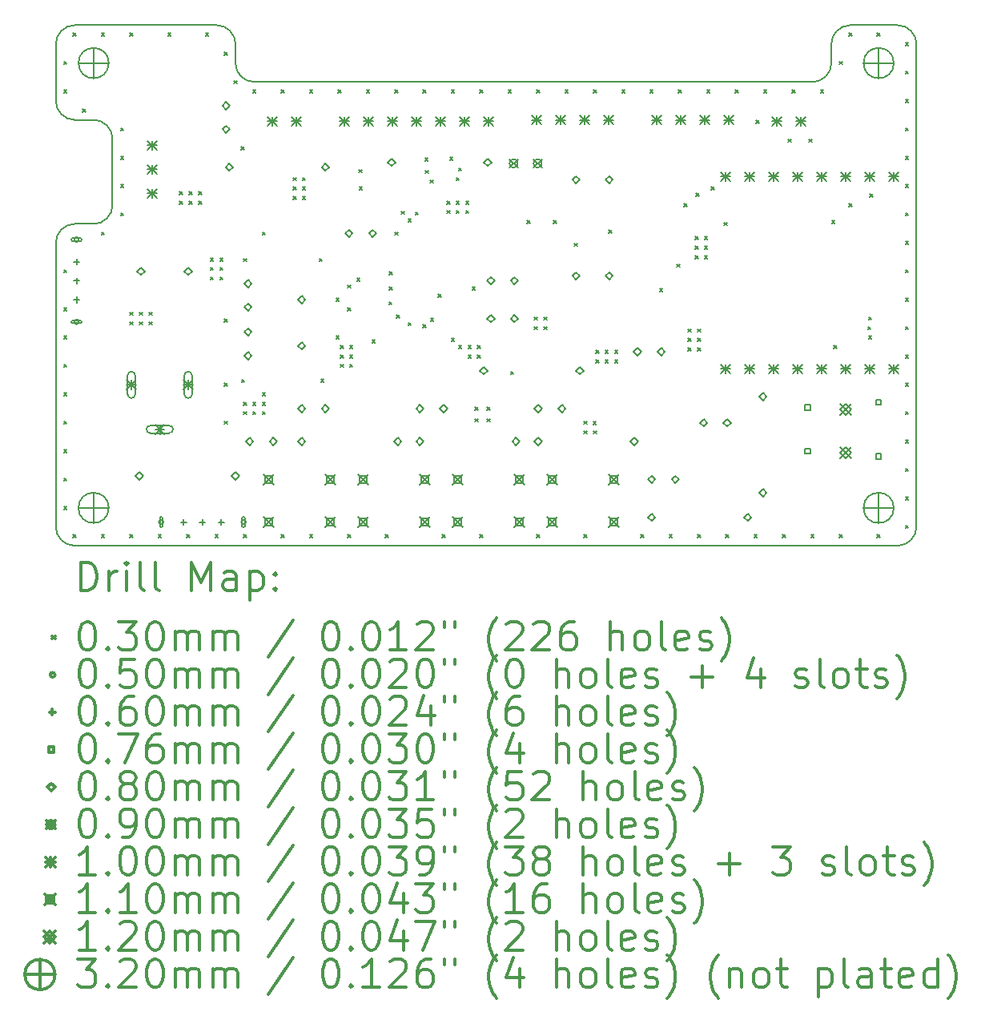
<source format=gbr>
%FSLAX45Y45*%
G04 Gerber Fmt 4.5, Leading zero omitted, Abs format (unit mm)*
G04 Created by KiCad (PCBNEW 4.0.1-stable) date 2018/09/01 18:49:29*
%MOMM*%
G01*
G04 APERTURE LIST*
%ADD10C,0.127000*%
%ADD11C,0.150000*%
%ADD12C,0.200000*%
%ADD13C,0.300000*%
G04 APERTURE END LIST*
D10*
D11*
X5100000Y-6900000D02*
X5100000Y-6300000D01*
X5500000Y-7100000D02*
X5300000Y-7100000D01*
X5700000Y-8000000D02*
X5700000Y-7300000D01*
X5100000Y-6900000D02*
G75*
G03X5300000Y-7100000I200000J0D01*
G01*
X5700000Y-7300000D02*
G75*
G03X5500000Y-7100000I-200000J0D01*
G01*
X5300000Y-8200000D02*
X5500000Y-8200000D01*
X5100000Y-11400000D02*
X5100000Y-8400000D01*
X14000000Y-11600000D02*
X5300000Y-11600000D01*
X14200000Y-6300000D02*
X14200000Y-11400000D01*
X13500000Y-6100000D02*
X14000000Y-6100000D01*
X13300000Y-6500000D02*
X13300000Y-6300000D01*
X7200000Y-6700000D02*
X13100000Y-6700000D01*
X7000000Y-6300000D02*
X7000000Y-6500000D01*
X6800000Y-6100000D02*
X5300000Y-6100000D01*
X5300000Y-8200000D02*
G75*
G03X5100000Y-8400000I0J-200000D01*
G01*
X5500000Y-8200000D02*
G75*
G03X5700000Y-8000000I0J200000D01*
G01*
X5100000Y-11400000D02*
G75*
G03X5300000Y-11600000I200000J0D01*
G01*
X14000000Y-11600000D02*
G75*
G03X14200000Y-11400000I0J200000D01*
G01*
X14200000Y-6300000D02*
G75*
G03X14000000Y-6100000I-200000J0D01*
G01*
X13500000Y-6100000D02*
G75*
G03X13300000Y-6300000I0J-200000D01*
G01*
X7000000Y-6500000D02*
G75*
G03X7200000Y-6700000I200000J0D01*
G01*
X13100000Y-6700000D02*
G75*
G03X13300000Y-6500000I0J200000D01*
G01*
X7000000Y-6300000D02*
G75*
G03X6800000Y-6100000I-200000J0D01*
G01*
X5300000Y-6100000D02*
G75*
G03X5100000Y-6300000I0J-200000D01*
G01*
D12*
X5185000Y-6485000D02*
X5215000Y-6515000D01*
X5215000Y-6485000D02*
X5185000Y-6515000D01*
X5185000Y-6785000D02*
X5215000Y-6815000D01*
X5215000Y-6785000D02*
X5185000Y-6815000D01*
X5185000Y-8685000D02*
X5215000Y-8715000D01*
X5215000Y-8685000D02*
X5185000Y-8715000D01*
X5185000Y-9085000D02*
X5215000Y-9115000D01*
X5215000Y-9085000D02*
X5185000Y-9115000D01*
X5185000Y-9385000D02*
X5215000Y-9415000D01*
X5215000Y-9385000D02*
X5185000Y-9415000D01*
X5185000Y-9685000D02*
X5215000Y-9715000D01*
X5215000Y-9685000D02*
X5185000Y-9715000D01*
X5185000Y-9985000D02*
X5215000Y-10015000D01*
X5215000Y-9985000D02*
X5185000Y-10015000D01*
X5185000Y-10285000D02*
X5215000Y-10315000D01*
X5215000Y-10285000D02*
X5185000Y-10315000D01*
X5185000Y-10585000D02*
X5215000Y-10615000D01*
X5215000Y-10585000D02*
X5185000Y-10615000D01*
X5185000Y-10885000D02*
X5215000Y-10915000D01*
X5215000Y-10885000D02*
X5185000Y-10915000D01*
X5185000Y-11185000D02*
X5215000Y-11215000D01*
X5215000Y-11185000D02*
X5185000Y-11215000D01*
X5285000Y-6185000D02*
X5315000Y-6215000D01*
X5315000Y-6185000D02*
X5285000Y-6215000D01*
X5285000Y-11485000D02*
X5315000Y-11515000D01*
X5315000Y-11485000D02*
X5285000Y-11515000D01*
X5385000Y-6985000D02*
X5415000Y-7015000D01*
X5415000Y-6985000D02*
X5385000Y-7015000D01*
X5585000Y-6185000D02*
X5615000Y-6215000D01*
X5615000Y-6185000D02*
X5585000Y-6215000D01*
X5585000Y-8285000D02*
X5615000Y-8315000D01*
X5615000Y-8285000D02*
X5585000Y-8315000D01*
X5585000Y-11485000D02*
X5615000Y-11515000D01*
X5615000Y-11485000D02*
X5585000Y-11515000D01*
X5785000Y-7185000D02*
X5815000Y-7215000D01*
X5815000Y-7185000D02*
X5785000Y-7215000D01*
X5785000Y-7485000D02*
X5815000Y-7515000D01*
X5815000Y-7485000D02*
X5785000Y-7515000D01*
X5785000Y-7785000D02*
X5815000Y-7815000D01*
X5815000Y-7785000D02*
X5785000Y-7815000D01*
X5785000Y-8085000D02*
X5815000Y-8115000D01*
X5815000Y-8085000D02*
X5785000Y-8115000D01*
X5885000Y-6185000D02*
X5915000Y-6215000D01*
X5915000Y-6185000D02*
X5885000Y-6215000D01*
X5885000Y-9135000D02*
X5915000Y-9165000D01*
X5915000Y-9135000D02*
X5885000Y-9165000D01*
X5885000Y-9235000D02*
X5915000Y-9265000D01*
X5915000Y-9235000D02*
X5885000Y-9265000D01*
X5885000Y-11485000D02*
X5915000Y-11515000D01*
X5915000Y-11485000D02*
X5885000Y-11515000D01*
X5985000Y-9135000D02*
X6015000Y-9165000D01*
X6015000Y-9135000D02*
X5985000Y-9165000D01*
X5985000Y-9235000D02*
X6015000Y-9265000D01*
X6015000Y-9235000D02*
X5985000Y-9265000D01*
X6085000Y-9135000D02*
X6115000Y-9165000D01*
X6115000Y-9135000D02*
X6085000Y-9165000D01*
X6085000Y-9235000D02*
X6115000Y-9265000D01*
X6115000Y-9235000D02*
X6085000Y-9265000D01*
X6185000Y-11485000D02*
X6215000Y-11515000D01*
X6215000Y-11485000D02*
X6185000Y-11515000D01*
X6285000Y-6185000D02*
X6315000Y-6215000D01*
X6315000Y-6185000D02*
X6285000Y-6215000D01*
X6410000Y-7860000D02*
X6440000Y-7890000D01*
X6440000Y-7860000D02*
X6410000Y-7890000D01*
X6410000Y-7960000D02*
X6440000Y-7990000D01*
X6440000Y-7960000D02*
X6410000Y-7990000D01*
X6485000Y-11485000D02*
X6515000Y-11515000D01*
X6515000Y-11485000D02*
X6485000Y-11515000D01*
X6510000Y-7860000D02*
X6540000Y-7890000D01*
X6540000Y-7860000D02*
X6510000Y-7890000D01*
X6510000Y-7960000D02*
X6540000Y-7990000D01*
X6540000Y-7960000D02*
X6510000Y-7990000D01*
X6610000Y-7860000D02*
X6640000Y-7890000D01*
X6640000Y-7860000D02*
X6610000Y-7890000D01*
X6610000Y-7960000D02*
X6640000Y-7990000D01*
X6640000Y-7960000D02*
X6610000Y-7990000D01*
X6685000Y-6185000D02*
X6715000Y-6215000D01*
X6715000Y-6185000D02*
X6685000Y-6215000D01*
X6735000Y-8560000D02*
X6765000Y-8590000D01*
X6765000Y-8560000D02*
X6735000Y-8590000D01*
X6735000Y-8660000D02*
X6765000Y-8690000D01*
X6765000Y-8660000D02*
X6735000Y-8690000D01*
X6735000Y-8760000D02*
X6765000Y-8790000D01*
X6765000Y-8760000D02*
X6735000Y-8790000D01*
X6785000Y-11485000D02*
X6815000Y-11515000D01*
X6815000Y-11485000D02*
X6785000Y-11515000D01*
X6835000Y-8560000D02*
X6865000Y-8590000D01*
X6865000Y-8560000D02*
X6835000Y-8590000D01*
X6835000Y-8660000D02*
X6865000Y-8690000D01*
X6865000Y-8660000D02*
X6835000Y-8690000D01*
X6835000Y-8760000D02*
X6865000Y-8790000D01*
X6865000Y-8760000D02*
X6835000Y-8790000D01*
X6885000Y-6385000D02*
X6915000Y-6415000D01*
X6915000Y-6385000D02*
X6885000Y-6415000D01*
X6885000Y-9205000D02*
X6915000Y-9235000D01*
X6915000Y-9205000D02*
X6885000Y-9235000D01*
X6885000Y-9885001D02*
X6915000Y-9915001D01*
X6915000Y-9885001D02*
X6885000Y-9915001D01*
X6885000Y-10285000D02*
X6915000Y-10315000D01*
X6915000Y-10285000D02*
X6885000Y-10315000D01*
X6985000Y-6685000D02*
X7015000Y-6715000D01*
X7015000Y-6685000D02*
X6985000Y-6715000D01*
X7060000Y-7385000D02*
X7090000Y-7415000D01*
X7090000Y-7385000D02*
X7060000Y-7415000D01*
X7065000Y-9845000D02*
X7095000Y-9875000D01*
X7095000Y-9845000D02*
X7065000Y-9875000D01*
X7085000Y-8565000D02*
X7115000Y-8595000D01*
X7115000Y-8565000D02*
X7085000Y-8595000D01*
X7085000Y-10085000D02*
X7115000Y-10115000D01*
X7115000Y-10085000D02*
X7085000Y-10115000D01*
X7085000Y-10185000D02*
X7115000Y-10215000D01*
X7115000Y-10185000D02*
X7085000Y-10215000D01*
X7085000Y-11485000D02*
X7115000Y-11515000D01*
X7115000Y-11485000D02*
X7085000Y-11515000D01*
X7185000Y-6785000D02*
X7215000Y-6815000D01*
X7215000Y-6785000D02*
X7185000Y-6815000D01*
X7185000Y-10085000D02*
X7215000Y-10115000D01*
X7215000Y-10085000D02*
X7185000Y-10115000D01*
X7185000Y-10185000D02*
X7215000Y-10215000D01*
X7215000Y-10185000D02*
X7185000Y-10215000D01*
X7285000Y-8285000D02*
X7315000Y-8315000D01*
X7315000Y-8285000D02*
X7285000Y-8315000D01*
X7285000Y-9985000D02*
X7315000Y-10015000D01*
X7315000Y-9985000D02*
X7285000Y-10015000D01*
X7285000Y-10085000D02*
X7315000Y-10115000D01*
X7315000Y-10085000D02*
X7285000Y-10115000D01*
X7285000Y-10185000D02*
X7315000Y-10215000D01*
X7315000Y-10185000D02*
X7285000Y-10215000D01*
X7485000Y-6785000D02*
X7515000Y-6815000D01*
X7515000Y-6785000D02*
X7485000Y-6815000D01*
X7485000Y-11485000D02*
X7515000Y-11515000D01*
X7515000Y-11485000D02*
X7485000Y-11515000D01*
X7610000Y-7710000D02*
X7640000Y-7740000D01*
X7640000Y-7710000D02*
X7610000Y-7740000D01*
X7610000Y-7810000D02*
X7640000Y-7840000D01*
X7640000Y-7810000D02*
X7610000Y-7840000D01*
X7610000Y-7910000D02*
X7640000Y-7940000D01*
X7640000Y-7910000D02*
X7610000Y-7940000D01*
X7710000Y-7710000D02*
X7740000Y-7740000D01*
X7740000Y-7710000D02*
X7710000Y-7740000D01*
X7710000Y-7810000D02*
X7740000Y-7840000D01*
X7740000Y-7810000D02*
X7710000Y-7840000D01*
X7710000Y-7910000D02*
X7740000Y-7940000D01*
X7740000Y-7910000D02*
X7710000Y-7940000D01*
X7785000Y-6785000D02*
X7815000Y-6815000D01*
X7815000Y-6785000D02*
X7785000Y-6815000D01*
X7785000Y-11485000D02*
X7815000Y-11515000D01*
X7815000Y-11485000D02*
X7785000Y-11515000D01*
X7885000Y-8565000D02*
X7915000Y-8595000D01*
X7915000Y-8565000D02*
X7885000Y-8595000D01*
X7905000Y-9839999D02*
X7935000Y-9869999D01*
X7935000Y-9839999D02*
X7905000Y-9869999D01*
X8065000Y-8985000D02*
X8095000Y-9015000D01*
X8095000Y-8985000D02*
X8065000Y-9015000D01*
X8065000Y-9385000D02*
X8095000Y-9415000D01*
X8095000Y-9385000D02*
X8065000Y-9415000D01*
X8085000Y-6785000D02*
X8115000Y-6815000D01*
X8115000Y-6785000D02*
X8085000Y-6815000D01*
X8110000Y-9485000D02*
X8140000Y-9515000D01*
X8140000Y-9485000D02*
X8110000Y-9515000D01*
X8110000Y-9585000D02*
X8140000Y-9615000D01*
X8140000Y-9585000D02*
X8110000Y-9615000D01*
X8110000Y-9685000D02*
X8140000Y-9715000D01*
X8140000Y-9685000D02*
X8110000Y-9715000D01*
X8185000Y-8845000D02*
X8215000Y-8875000D01*
X8215000Y-8845000D02*
X8185000Y-8875000D01*
X8185000Y-9085000D02*
X8215000Y-9115000D01*
X8215000Y-9085000D02*
X8185000Y-9115000D01*
X8185000Y-11485000D02*
X8215000Y-11515000D01*
X8215000Y-11485000D02*
X8185000Y-11515000D01*
X8210000Y-9485000D02*
X8240000Y-9515000D01*
X8240000Y-9485000D02*
X8210000Y-9515000D01*
X8210000Y-9585000D02*
X8240000Y-9615000D01*
X8240000Y-9585000D02*
X8210000Y-9615000D01*
X8210000Y-9685000D02*
X8240000Y-9715000D01*
X8240000Y-9685000D02*
X8210000Y-9715000D01*
X8285000Y-8772502D02*
X8315000Y-8802502D01*
X8315000Y-8772502D02*
X8285000Y-8802502D01*
X8305000Y-7625000D02*
X8335000Y-7655000D01*
X8335000Y-7625000D02*
X8305000Y-7655000D01*
X8310000Y-7810000D02*
X8340000Y-7840000D01*
X8340000Y-7810000D02*
X8310000Y-7840000D01*
X8385000Y-6785000D02*
X8415000Y-6815000D01*
X8415000Y-6785000D02*
X8385000Y-6815000D01*
X8445000Y-9425000D02*
X8475000Y-9455000D01*
X8475000Y-9425000D02*
X8445000Y-9455000D01*
X8585000Y-11485000D02*
X8615000Y-11515000D01*
X8615000Y-11485000D02*
X8585000Y-11515000D01*
X8624501Y-9024750D02*
X8654501Y-9054750D01*
X8654501Y-9024750D02*
X8624501Y-9054750D01*
X8625000Y-8705000D02*
X8655000Y-8735000D01*
X8655000Y-8705000D02*
X8625000Y-8735000D01*
X8625000Y-8865000D02*
X8655000Y-8895000D01*
X8655000Y-8865000D02*
X8625000Y-8895000D01*
X8685000Y-6785000D02*
X8715000Y-6815000D01*
X8715000Y-6785000D02*
X8685000Y-6815000D01*
X8685000Y-8285000D02*
X8715000Y-8315000D01*
X8715000Y-8285000D02*
X8685000Y-8315000D01*
X8705000Y-9165002D02*
X8735000Y-9195002D01*
X8735000Y-9165002D02*
X8705000Y-9195002D01*
X8752502Y-8065000D02*
X8782502Y-8095000D01*
X8782502Y-8065000D02*
X8752502Y-8095000D01*
X8825000Y-8145000D02*
X8855000Y-8175000D01*
X8855000Y-8145000D02*
X8825000Y-8175000D01*
X8825000Y-9245000D02*
X8855000Y-9275000D01*
X8855000Y-9245000D02*
X8825000Y-9275000D01*
X8900909Y-8073628D02*
X8930909Y-8103628D01*
X8930909Y-8073628D02*
X8900909Y-8103628D01*
X8985000Y-6785000D02*
X9015000Y-6815000D01*
X9015000Y-6785000D02*
X8985000Y-6815000D01*
X8985000Y-9265000D02*
X9015000Y-9295000D01*
X9015000Y-9265000D02*
X8985000Y-9295000D01*
X9005000Y-7505000D02*
X9035000Y-7535000D01*
X9035000Y-7505000D02*
X9005000Y-7535000D01*
X9010000Y-7635000D02*
X9040000Y-7665000D01*
X9040000Y-7635000D02*
X9010000Y-7665000D01*
X9060000Y-7735000D02*
X9090000Y-7765000D01*
X9090000Y-7735000D02*
X9060000Y-7765000D01*
X9065000Y-9197498D02*
X9095000Y-9227498D01*
X9095000Y-9197498D02*
X9065000Y-9227498D01*
X9145000Y-8945000D02*
X9175000Y-8975000D01*
X9175000Y-8945000D02*
X9145000Y-8975000D01*
X9185000Y-11485000D02*
X9215000Y-11515000D01*
X9215000Y-11485000D02*
X9185000Y-11515000D01*
X9235000Y-7960000D02*
X9265000Y-7990000D01*
X9265000Y-7960000D02*
X9235000Y-7990000D01*
X9235000Y-8060000D02*
X9265000Y-8090000D01*
X9265000Y-8060000D02*
X9235000Y-8090000D01*
X9265000Y-7493000D02*
X9295000Y-7523000D01*
X9295000Y-7493000D02*
X9265000Y-7523000D01*
X9285000Y-6785000D02*
X9315000Y-6815000D01*
X9315000Y-6785000D02*
X9285000Y-6815000D01*
X9285000Y-9410000D02*
X9315000Y-9440000D01*
X9315000Y-9410000D02*
X9285000Y-9440000D01*
X9335000Y-7710000D02*
X9365000Y-7740000D01*
X9365000Y-7710000D02*
X9335000Y-7740000D01*
X9335000Y-7960000D02*
X9365000Y-7990000D01*
X9365000Y-7960000D02*
X9335000Y-7990000D01*
X9335000Y-8060000D02*
X9365000Y-8090000D01*
X9365000Y-8060000D02*
X9335000Y-8090000D01*
X9360000Y-7610000D02*
X9390000Y-7640000D01*
X9390000Y-7610000D02*
X9360000Y-7640000D01*
X9360000Y-9485000D02*
X9390000Y-9515000D01*
X9390000Y-9485000D02*
X9360000Y-9515000D01*
X9435000Y-7960000D02*
X9465000Y-7990000D01*
X9465000Y-7960000D02*
X9435000Y-7990000D01*
X9435000Y-8060000D02*
X9465000Y-8090000D01*
X9465000Y-8060000D02*
X9435000Y-8090000D01*
X9459997Y-9585000D02*
X9489997Y-9615000D01*
X9489997Y-9585000D02*
X9459997Y-9615000D01*
X9460000Y-9485001D02*
X9490000Y-9515001D01*
X9490000Y-9485001D02*
X9460000Y-9515001D01*
X9505000Y-8865000D02*
X9535000Y-8895000D01*
X9535000Y-8865000D02*
X9505000Y-8895000D01*
X9535000Y-10135000D02*
X9565000Y-10165000D01*
X9565000Y-10135000D02*
X9535000Y-10165000D01*
X9535000Y-10260000D02*
X9565000Y-10290000D01*
X9565000Y-10260000D02*
X9535000Y-10290000D01*
X9560000Y-9485000D02*
X9590000Y-9515000D01*
X9590000Y-9485000D02*
X9560000Y-9515000D01*
X9560000Y-9585000D02*
X9590000Y-9615000D01*
X9590000Y-9585000D02*
X9560000Y-9615000D01*
X9585000Y-6785000D02*
X9615000Y-6815000D01*
X9615000Y-6785000D02*
X9585000Y-6815000D01*
X9585000Y-11485000D02*
X9615000Y-11515000D01*
X9615000Y-11485000D02*
X9585000Y-11515000D01*
X9660000Y-10135000D02*
X9690000Y-10165000D01*
X9690000Y-10135000D02*
X9660000Y-10165000D01*
X9660000Y-10260000D02*
X9690000Y-10290000D01*
X9690000Y-10260000D02*
X9660000Y-10290000D01*
X9885000Y-6785000D02*
X9915000Y-6815000D01*
X9915000Y-6785000D02*
X9885000Y-6815000D01*
X9909999Y-9760000D02*
X9939999Y-9790000D01*
X9939999Y-9760000D02*
X9909999Y-9790000D01*
X10085000Y-8165000D02*
X10115000Y-8195000D01*
X10115000Y-8165000D02*
X10085000Y-8195000D01*
X10160000Y-9185000D02*
X10190000Y-9215000D01*
X10190000Y-9185000D02*
X10160000Y-9215000D01*
X10160000Y-9285000D02*
X10190000Y-9315000D01*
X10190000Y-9285000D02*
X10160000Y-9315000D01*
X10185000Y-6785000D02*
X10215000Y-6815000D01*
X10215000Y-6785000D02*
X10185000Y-6815000D01*
X10185000Y-11485000D02*
X10215000Y-11515000D01*
X10215000Y-11485000D02*
X10185000Y-11515000D01*
X10260000Y-9185000D02*
X10290000Y-9215000D01*
X10290000Y-9185000D02*
X10260000Y-9215000D01*
X10260000Y-9285000D02*
X10290000Y-9315000D01*
X10290000Y-9285000D02*
X10260000Y-9315000D01*
X10365000Y-8165000D02*
X10395000Y-8195000D01*
X10395000Y-8165000D02*
X10365000Y-8195000D01*
X10485000Y-6785000D02*
X10515000Y-6815000D01*
X10515000Y-6785000D02*
X10485000Y-6815000D01*
X10585000Y-8405000D02*
X10615000Y-8435000D01*
X10615000Y-8405000D02*
X10585000Y-8435000D01*
X10685000Y-10285000D02*
X10715000Y-10315000D01*
X10715000Y-10285000D02*
X10685000Y-10315000D01*
X10685000Y-10385000D02*
X10715000Y-10415000D01*
X10715000Y-10385000D02*
X10685000Y-10415000D01*
X10685000Y-11485000D02*
X10715000Y-11515000D01*
X10715000Y-11485000D02*
X10685000Y-11515000D01*
X10780324Y-10289677D02*
X10810324Y-10319677D01*
X10810324Y-10289677D02*
X10780324Y-10319677D01*
X10785000Y-6785000D02*
X10815000Y-6815000D01*
X10815000Y-6785000D02*
X10785000Y-6815000D01*
X10785000Y-10385000D02*
X10815000Y-10415000D01*
X10815000Y-10385000D02*
X10785000Y-10415000D01*
X10810000Y-9535000D02*
X10840000Y-9565000D01*
X10840000Y-9535000D02*
X10810000Y-9565000D01*
X10810000Y-9635000D02*
X10840000Y-9665000D01*
X10840000Y-9635000D02*
X10810000Y-9665000D01*
X10910000Y-9535000D02*
X10940000Y-9565000D01*
X10940000Y-9535000D02*
X10910000Y-9565000D01*
X10910000Y-9635000D02*
X10940000Y-9665000D01*
X10940000Y-9635000D02*
X10910000Y-9665000D01*
X10945000Y-8265000D02*
X10975000Y-8295000D01*
X10975000Y-8265000D02*
X10945000Y-8295000D01*
X11010000Y-9535000D02*
X11040000Y-9565000D01*
X11040000Y-9535000D02*
X11010000Y-9565000D01*
X11010000Y-9635000D02*
X11040000Y-9665000D01*
X11040000Y-9635000D02*
X11010000Y-9665000D01*
X11085000Y-6785000D02*
X11115000Y-6815000D01*
X11115000Y-6785000D02*
X11085000Y-6815000D01*
X11285000Y-11485000D02*
X11315000Y-11515000D01*
X11315000Y-11485000D02*
X11285000Y-11515000D01*
X11385000Y-6785000D02*
X11415000Y-6815000D01*
X11415000Y-6785000D02*
X11385000Y-6815000D01*
X11485000Y-8885000D02*
X11515000Y-8915000D01*
X11515000Y-8885000D02*
X11485000Y-8915000D01*
X11585000Y-11485000D02*
X11615000Y-11515000D01*
X11615000Y-11485000D02*
X11585000Y-11515000D01*
X11665000Y-8625000D02*
X11695000Y-8655000D01*
X11695000Y-8625000D02*
X11665000Y-8655000D01*
X11685000Y-6785000D02*
X11715000Y-6815000D01*
X11715000Y-6785000D02*
X11685000Y-6815000D01*
X11745000Y-7985000D02*
X11775000Y-8015000D01*
X11775000Y-7985000D02*
X11745000Y-8015000D01*
X11785000Y-9310000D02*
X11815000Y-9340000D01*
X11815000Y-9310000D02*
X11785000Y-9340000D01*
X11785000Y-9410000D02*
X11815000Y-9440000D01*
X11815000Y-9410000D02*
X11785000Y-9440000D01*
X11785000Y-9510000D02*
X11815000Y-9540000D01*
X11815000Y-9510000D02*
X11785000Y-9540000D01*
X11860000Y-8335000D02*
X11890000Y-8365000D01*
X11890000Y-8335000D02*
X11860000Y-8365000D01*
X11860000Y-8435000D02*
X11890000Y-8465000D01*
X11890000Y-8435000D02*
X11860000Y-8465000D01*
X11860000Y-8535000D02*
X11890000Y-8565000D01*
X11890000Y-8535000D02*
X11860000Y-8565000D01*
X11871571Y-7878431D02*
X11901571Y-7908431D01*
X11901571Y-7878431D02*
X11871571Y-7908431D01*
X11885000Y-9310000D02*
X11915000Y-9340000D01*
X11915000Y-9310000D02*
X11885000Y-9340000D01*
X11885000Y-9410000D02*
X11915000Y-9440000D01*
X11915000Y-9410000D02*
X11885000Y-9440000D01*
X11885000Y-9510000D02*
X11915000Y-9540000D01*
X11915000Y-9510000D02*
X11885000Y-9540000D01*
X11885000Y-11485000D02*
X11915000Y-11515000D01*
X11915000Y-11485000D02*
X11885000Y-11515000D01*
X11960000Y-8335000D02*
X11990000Y-8365000D01*
X11990000Y-8335000D02*
X11960000Y-8365000D01*
X11960000Y-8435000D02*
X11990000Y-8465000D01*
X11990000Y-8435000D02*
X11960000Y-8465000D01*
X11960000Y-8535000D02*
X11990000Y-8565000D01*
X11990000Y-8535000D02*
X11960000Y-8565000D01*
X11985000Y-6785000D02*
X12015000Y-6815000D01*
X12015000Y-6785000D02*
X11985000Y-6815000D01*
X12032713Y-7810057D02*
X12062713Y-7840057D01*
X12062713Y-7810057D02*
X12032713Y-7840057D01*
X12165000Y-8185000D02*
X12195000Y-8215000D01*
X12195000Y-8185000D02*
X12165000Y-8215000D01*
X12185000Y-11485000D02*
X12215000Y-11515000D01*
X12215000Y-11485000D02*
X12185000Y-11515000D01*
X12285000Y-6785000D02*
X12315000Y-6815000D01*
X12315000Y-6785000D02*
X12285000Y-6815000D01*
X12485000Y-11485000D02*
X12515000Y-11515000D01*
X12515000Y-11485000D02*
X12485000Y-11515000D01*
X12505000Y-7105000D02*
X12535000Y-7135000D01*
X12535000Y-7105000D02*
X12505000Y-7135000D01*
X12585000Y-6785000D02*
X12615000Y-6815000D01*
X12615000Y-6785000D02*
X12585000Y-6815000D01*
X12785000Y-11485000D02*
X12815000Y-11515000D01*
X12815000Y-11485000D02*
X12785000Y-11515000D01*
X12845000Y-7305000D02*
X12875000Y-7335000D01*
X12875000Y-7305000D02*
X12845000Y-7335000D01*
X12885000Y-6785000D02*
X12915000Y-6815000D01*
X12915000Y-6785000D02*
X12885000Y-6815000D01*
X13065000Y-7305000D02*
X13095000Y-7335000D01*
X13095000Y-7305000D02*
X13065000Y-7335000D01*
X13085000Y-11485000D02*
X13115000Y-11515000D01*
X13115000Y-11485000D02*
X13085000Y-11515000D01*
X13185000Y-6785000D02*
X13215000Y-6815000D01*
X13215000Y-6785000D02*
X13185000Y-6815000D01*
X13305000Y-8165000D02*
X13335000Y-8195000D01*
X13335000Y-8165000D02*
X13305000Y-8195000D01*
X13325000Y-9485000D02*
X13355000Y-9515000D01*
X13355000Y-9485000D02*
X13325000Y-9515000D01*
X13385000Y-6485000D02*
X13415000Y-6515000D01*
X13415000Y-6485000D02*
X13385000Y-6515000D01*
X13385000Y-11485000D02*
X13415000Y-11515000D01*
X13415000Y-11485000D02*
X13385000Y-11515000D01*
X13485000Y-6185000D02*
X13515000Y-6215000D01*
X13515000Y-6185000D02*
X13485000Y-6215000D01*
X13485000Y-7985000D02*
X13515000Y-8015000D01*
X13515000Y-7985000D02*
X13485000Y-8015000D01*
X13685000Y-9285000D02*
X13715000Y-9315000D01*
X13715000Y-9285000D02*
X13685000Y-9315000D01*
X13693000Y-9185000D02*
X13723000Y-9215000D01*
X13723000Y-9185000D02*
X13693000Y-9215000D01*
X13693000Y-9385000D02*
X13723000Y-9415000D01*
X13723000Y-9385000D02*
X13693000Y-9415000D01*
X13705000Y-7885000D02*
X13735000Y-7915000D01*
X13735000Y-7885000D02*
X13705000Y-7915000D01*
X13785000Y-6185000D02*
X13815000Y-6215000D01*
X13815000Y-6185000D02*
X13785000Y-6215000D01*
X13785000Y-11485000D02*
X13815000Y-11515000D01*
X13815000Y-11485000D02*
X13785000Y-11515000D01*
X14085000Y-6285000D02*
X14115000Y-6315000D01*
X14115000Y-6285000D02*
X14085000Y-6315000D01*
X14085000Y-6585000D02*
X14115000Y-6615000D01*
X14115000Y-6585000D02*
X14085000Y-6615000D01*
X14085000Y-6885000D02*
X14115000Y-6915000D01*
X14115000Y-6885000D02*
X14085000Y-6915000D01*
X14085000Y-7185000D02*
X14115000Y-7215000D01*
X14115000Y-7185000D02*
X14085000Y-7215000D01*
X14085000Y-7485000D02*
X14115000Y-7515000D01*
X14115000Y-7485000D02*
X14085000Y-7515000D01*
X14085000Y-7785000D02*
X14115000Y-7815000D01*
X14115000Y-7785000D02*
X14085000Y-7815000D01*
X14085000Y-8085000D02*
X14115000Y-8115000D01*
X14115000Y-8085000D02*
X14085000Y-8115000D01*
X14085000Y-8385000D02*
X14115000Y-8415000D01*
X14115000Y-8385000D02*
X14085000Y-8415000D01*
X14085000Y-8685000D02*
X14115000Y-8715000D01*
X14115000Y-8685000D02*
X14085000Y-8715000D01*
X14085000Y-8985000D02*
X14115000Y-9015000D01*
X14115000Y-8985000D02*
X14085000Y-9015000D01*
X14085000Y-9285000D02*
X14115000Y-9315000D01*
X14115000Y-9285000D02*
X14085000Y-9315000D01*
X14085000Y-9585003D02*
X14115000Y-9615003D01*
X14115000Y-9585003D02*
X14085000Y-9615003D01*
X14085000Y-9885000D02*
X14115000Y-9915000D01*
X14115000Y-9885000D02*
X14085000Y-9915000D01*
X14085000Y-10185000D02*
X14115000Y-10215000D01*
X14115000Y-10185000D02*
X14085000Y-10215000D01*
X14085000Y-10485000D02*
X14115000Y-10515000D01*
X14115000Y-10485000D02*
X14085000Y-10515000D01*
X14085000Y-10785000D02*
X14115000Y-10815000D01*
X14115000Y-10785000D02*
X14085000Y-10815000D01*
X14085000Y-11085000D02*
X14115000Y-11115000D01*
X14115000Y-11085000D02*
X14085000Y-11115000D01*
X14085000Y-11385000D02*
X14115000Y-11415000D01*
X14115000Y-11385000D02*
X14085000Y-11415000D01*
X5345000Y-8365000D02*
G75*
G03X5345000Y-8365000I-25000J0D01*
G01*
X5365000Y-8350000D02*
X5275000Y-8350000D01*
X5365000Y-8380000D02*
X5275000Y-8380000D01*
X5275000Y-8350000D02*
G75*
G03X5275000Y-8380000I0J-15000D01*
G01*
X5365000Y-8380000D02*
G75*
G03X5365000Y-8350000I0J15000D01*
G01*
X5345000Y-9235000D02*
G75*
G03X5345000Y-9235000I-25000J0D01*
G01*
X5365000Y-9220000D02*
X5275000Y-9220000D01*
X5365000Y-9250000D02*
X5275000Y-9250000D01*
X5275000Y-9220000D02*
G75*
G03X5275000Y-9250000I0J-15000D01*
G01*
X5365000Y-9250000D02*
G75*
G03X5365000Y-9220000I0J15000D01*
G01*
X6240000Y-11350000D02*
G75*
G03X6240000Y-11350000I-25000J0D01*
G01*
X6200000Y-11305000D02*
X6200000Y-11395000D01*
X6230000Y-11305000D02*
X6230000Y-11395000D01*
X6200000Y-11395000D02*
G75*
G03X6230000Y-11395000I15000J0D01*
G01*
X6230000Y-11305000D02*
G75*
G03X6200000Y-11305000I-15000J0D01*
G01*
X7110000Y-11350000D02*
G75*
G03X7110000Y-11350000I-25000J0D01*
G01*
X7070000Y-11305000D02*
X7070000Y-11395000D01*
X7100000Y-11305000D02*
X7100000Y-11395000D01*
X7070000Y-11395000D02*
G75*
G03X7100000Y-11395000I15000J0D01*
G01*
X7100000Y-11305000D02*
G75*
G03X7070000Y-11305000I-15000J0D01*
G01*
X5320000Y-8570000D02*
X5320000Y-8630000D01*
X5290000Y-8600000D02*
X5350000Y-8600000D01*
X5320000Y-8770000D02*
X5320000Y-8830000D01*
X5290000Y-8800000D02*
X5350000Y-8800000D01*
X5320000Y-8970000D02*
X5320000Y-9030000D01*
X5290000Y-9000000D02*
X5350000Y-9000000D01*
X6450000Y-11320000D02*
X6450000Y-11380000D01*
X6420000Y-11350000D02*
X6480000Y-11350000D01*
X6650000Y-11320000D02*
X6650000Y-11380000D01*
X6620000Y-11350000D02*
X6680000Y-11350000D01*
X6850000Y-11320000D02*
X6850000Y-11380000D01*
X6820000Y-11350000D02*
X6880000Y-11350000D01*
X13076941Y-10166941D02*
X13076941Y-10113059D01*
X13023059Y-10113059D01*
X13023059Y-10166941D01*
X13076941Y-10166941D01*
X13076941Y-10626941D02*
X13076941Y-10573059D01*
X13023059Y-10573059D01*
X13023059Y-10626941D01*
X13076941Y-10626941D01*
X13826941Y-10111941D02*
X13826941Y-10058059D01*
X13773059Y-10058059D01*
X13773059Y-10111941D01*
X13826941Y-10111941D01*
X13826941Y-10681941D02*
X13826941Y-10628059D01*
X13773059Y-10628059D01*
X13773059Y-10681941D01*
X13826941Y-10681941D01*
X5984000Y-10902500D02*
X6024000Y-10862500D01*
X5984000Y-10822500D01*
X5944000Y-10862500D01*
X5984000Y-10902500D01*
X6000000Y-8740000D02*
X6040000Y-8700000D01*
X6000000Y-8660000D01*
X5960000Y-8700000D01*
X6000000Y-8740000D01*
X6500000Y-8740000D02*
X6540000Y-8700000D01*
X6500000Y-8660000D01*
X6460000Y-8700000D01*
X6500000Y-8740000D01*
X6900000Y-6990000D02*
X6940000Y-6950000D01*
X6900000Y-6910000D01*
X6860000Y-6950000D01*
X6900000Y-6990000D01*
X6900000Y-7240000D02*
X6940000Y-7200000D01*
X6900000Y-7160000D01*
X6860000Y-7200000D01*
X6900000Y-7240000D01*
X6934000Y-7640000D02*
X6974000Y-7600000D01*
X6934000Y-7560000D01*
X6894000Y-7600000D01*
X6934000Y-7640000D01*
X7000000Y-10902500D02*
X7040000Y-10862500D01*
X7000000Y-10822500D01*
X6960000Y-10862500D01*
X7000000Y-10902500D01*
X7132000Y-8870500D02*
X7172000Y-8830500D01*
X7132000Y-8790500D01*
X7092000Y-8830500D01*
X7132000Y-8870500D01*
X7132000Y-9120500D02*
X7172000Y-9080500D01*
X7132000Y-9040500D01*
X7092000Y-9080500D01*
X7132000Y-9120500D01*
X7132000Y-9382500D02*
X7172000Y-9342500D01*
X7132000Y-9302500D01*
X7092000Y-9342500D01*
X7132000Y-9382500D01*
X7132000Y-9632500D02*
X7172000Y-9592500D01*
X7132000Y-9552500D01*
X7092000Y-9592500D01*
X7132000Y-9632500D01*
X7150000Y-10540000D02*
X7190000Y-10500000D01*
X7150000Y-10460000D01*
X7110000Y-10500000D01*
X7150000Y-10540000D01*
X7400000Y-10540000D02*
X7440000Y-10500000D01*
X7400000Y-10460000D01*
X7360000Y-10500000D01*
X7400000Y-10540000D01*
X7700000Y-9040000D02*
X7740000Y-9000000D01*
X7700000Y-8960000D01*
X7660000Y-9000000D01*
X7700000Y-9040000D01*
X7700000Y-9528000D02*
X7740000Y-9488000D01*
X7700000Y-9448000D01*
X7660000Y-9488000D01*
X7700000Y-9528000D01*
X7700000Y-10190000D02*
X7740000Y-10150000D01*
X7700000Y-10110000D01*
X7660000Y-10150000D01*
X7700000Y-10190000D01*
X7700000Y-10540000D02*
X7740000Y-10500000D01*
X7700000Y-10460000D01*
X7660000Y-10500000D01*
X7700000Y-10540000D01*
X7950000Y-7640000D02*
X7990000Y-7600000D01*
X7950000Y-7560000D01*
X7910000Y-7600000D01*
X7950000Y-7640000D01*
X7950000Y-10190000D02*
X7990000Y-10150000D01*
X7950000Y-10110000D01*
X7910000Y-10150000D01*
X7950000Y-10190000D01*
X8200000Y-8340000D02*
X8240000Y-8300000D01*
X8200000Y-8260000D01*
X8160000Y-8300000D01*
X8200000Y-8340000D01*
X8450000Y-8340000D02*
X8490000Y-8300000D01*
X8450000Y-8260000D01*
X8410000Y-8300000D01*
X8450000Y-8340000D01*
X8650000Y-7590000D02*
X8690000Y-7550000D01*
X8650000Y-7510000D01*
X8610000Y-7550000D01*
X8650000Y-7590000D01*
X8716000Y-10540000D02*
X8756000Y-10500000D01*
X8716000Y-10460000D01*
X8676000Y-10500000D01*
X8716000Y-10540000D01*
X8950000Y-10190000D02*
X8990000Y-10150000D01*
X8950000Y-10110000D01*
X8910000Y-10150000D01*
X8950000Y-10190000D01*
X8950000Y-10540000D02*
X8990000Y-10500000D01*
X8950000Y-10460000D01*
X8910000Y-10500000D01*
X8950000Y-10540000D01*
X9200000Y-10190000D02*
X9240000Y-10150000D01*
X9200000Y-10110000D01*
X9160000Y-10150000D01*
X9200000Y-10190000D01*
X9625000Y-9790000D02*
X9665000Y-9750000D01*
X9625000Y-9710000D01*
X9585000Y-9750000D01*
X9625000Y-9790000D01*
X9666000Y-7590000D02*
X9706000Y-7550000D01*
X9666000Y-7510000D01*
X9626000Y-7550000D01*
X9666000Y-7590000D01*
X9700000Y-8840000D02*
X9740000Y-8800000D01*
X9700000Y-8760000D01*
X9660000Y-8800000D01*
X9700000Y-8840000D01*
X9700000Y-9240000D02*
X9740000Y-9200000D01*
X9700000Y-9160000D01*
X9660000Y-9200000D01*
X9700000Y-9240000D01*
X9950000Y-8840000D02*
X9990000Y-8800000D01*
X9950000Y-8760000D01*
X9910000Y-8800000D01*
X9950000Y-8840000D01*
X9950000Y-9240000D02*
X9990000Y-9200000D01*
X9950000Y-9160000D01*
X9910000Y-9200000D01*
X9950000Y-9240000D01*
X9966000Y-10540000D02*
X10006000Y-10500000D01*
X9966000Y-10460000D01*
X9926000Y-10500000D01*
X9966000Y-10540000D01*
X10200000Y-10190000D02*
X10240000Y-10150000D01*
X10200000Y-10110000D01*
X10160000Y-10150000D01*
X10200000Y-10190000D01*
X10200000Y-10540000D02*
X10240000Y-10500000D01*
X10200000Y-10460000D01*
X10160000Y-10500000D01*
X10200000Y-10540000D01*
X10450000Y-10190000D02*
X10490000Y-10150000D01*
X10450000Y-10110000D01*
X10410000Y-10150000D01*
X10450000Y-10190000D01*
X10600000Y-7774000D02*
X10640000Y-7734000D01*
X10600000Y-7694000D01*
X10560000Y-7734000D01*
X10600000Y-7774000D01*
X10600000Y-8790000D02*
X10640000Y-8750000D01*
X10600000Y-8710000D01*
X10560000Y-8750000D01*
X10600000Y-8790000D01*
X10641000Y-9790000D02*
X10681000Y-9750000D01*
X10641000Y-9710000D01*
X10601000Y-9750000D01*
X10641000Y-9790000D01*
X10950000Y-7774000D02*
X10990000Y-7734000D01*
X10950000Y-7694000D01*
X10910000Y-7734000D01*
X10950000Y-7774000D01*
X10950000Y-8790000D02*
X10990000Y-8750000D01*
X10950000Y-8710000D01*
X10910000Y-8750000D01*
X10950000Y-8790000D01*
X11216000Y-10540000D02*
X11256000Y-10500000D01*
X11216000Y-10460000D01*
X11176000Y-10500000D01*
X11216000Y-10540000D01*
X11250000Y-9590000D02*
X11290000Y-9550000D01*
X11250000Y-9510000D01*
X11210000Y-9550000D01*
X11250000Y-9590000D01*
X11400000Y-10940000D02*
X11440000Y-10900000D01*
X11400000Y-10860000D01*
X11360000Y-10900000D01*
X11400000Y-10940000D01*
X11400000Y-11340000D02*
X11440000Y-11300000D01*
X11400000Y-11260000D01*
X11360000Y-11300000D01*
X11400000Y-11340000D01*
X11500000Y-9590000D02*
X11540000Y-9550000D01*
X11500000Y-9510000D01*
X11460000Y-9550000D01*
X11500000Y-9590000D01*
X11650000Y-10940000D02*
X11690000Y-10900000D01*
X11650000Y-10860000D01*
X11610000Y-10900000D01*
X11650000Y-10940000D01*
X11950000Y-10340000D02*
X11990000Y-10300000D01*
X11950000Y-10260000D01*
X11910000Y-10300000D01*
X11950000Y-10340000D01*
X12200000Y-10340000D02*
X12240000Y-10300000D01*
X12200000Y-10260000D01*
X12160000Y-10300000D01*
X12200000Y-10340000D01*
X12416000Y-11340000D02*
X12456000Y-11300000D01*
X12416000Y-11260000D01*
X12376000Y-11300000D01*
X12416000Y-11340000D01*
X12575000Y-10065000D02*
X12615000Y-10025000D01*
X12575000Y-9985000D01*
X12535000Y-10025000D01*
X12575000Y-10065000D01*
X12575000Y-11081000D02*
X12615000Y-11041000D01*
X12575000Y-11001000D01*
X12535000Y-11041000D01*
X12575000Y-11081000D01*
X9895000Y-7515000D02*
X9985000Y-7605000D01*
X9985000Y-7515000D02*
X9895000Y-7605000D01*
X9985000Y-7560000D02*
G75*
G03X9985000Y-7560000I-45000J0D01*
G01*
X10149000Y-7515000D02*
X10239000Y-7605000D01*
X10239000Y-7515000D02*
X10149000Y-7605000D01*
X10239000Y-7560000D02*
G75*
G03X10239000Y-7560000I-45000J0D01*
G01*
X5850000Y-9850000D02*
X5950000Y-9950000D01*
X5950000Y-9850000D02*
X5850000Y-9950000D01*
X5900000Y-9850000D02*
X5900000Y-9950000D01*
X5850000Y-9900000D02*
X5950000Y-9900000D01*
X5860000Y-9800000D02*
X5860000Y-10000000D01*
X5940000Y-9800000D02*
X5940000Y-10000000D01*
X5860000Y-10000000D02*
G75*
G03X5940000Y-10000000I40000J0D01*
G01*
X5940000Y-9800000D02*
G75*
G03X5860000Y-9800000I-40000J0D01*
G01*
X6066000Y-7320000D02*
X6166000Y-7420000D01*
X6166000Y-7320000D02*
X6066000Y-7420000D01*
X6116000Y-7320000D02*
X6116000Y-7420000D01*
X6066000Y-7370000D02*
X6166000Y-7370000D01*
X6066000Y-7574000D02*
X6166000Y-7674000D01*
X6166000Y-7574000D02*
X6066000Y-7674000D01*
X6116000Y-7574000D02*
X6116000Y-7674000D01*
X6066000Y-7624000D02*
X6166000Y-7624000D01*
X6066000Y-7828000D02*
X6166000Y-7928000D01*
X6166000Y-7828000D02*
X6066000Y-7928000D01*
X6116000Y-7828000D02*
X6116000Y-7928000D01*
X6066000Y-7878000D02*
X6166000Y-7878000D01*
X6150000Y-10320000D02*
X6250000Y-10420000D01*
X6250000Y-10320000D02*
X6150000Y-10420000D01*
X6200000Y-10320000D02*
X6200000Y-10420000D01*
X6150000Y-10370000D02*
X6250000Y-10370000D01*
X6100000Y-10410000D02*
X6300000Y-10410000D01*
X6100000Y-10330000D02*
X6300000Y-10330000D01*
X6300000Y-10410000D02*
G75*
G03X6300000Y-10330000I0J40000D01*
G01*
X6100000Y-10330000D02*
G75*
G03X6100000Y-10410000I0J-40000D01*
G01*
X6450000Y-9850000D02*
X6550000Y-9950000D01*
X6550000Y-9850000D02*
X6450000Y-9950000D01*
X6500000Y-9850000D02*
X6500000Y-9950000D01*
X6450000Y-9900000D02*
X6550000Y-9900000D01*
X6460000Y-9800000D02*
X6460000Y-10000000D01*
X6540000Y-9800000D02*
X6540000Y-10000000D01*
X6460000Y-10000000D02*
G75*
G03X6540000Y-10000000I40000J0D01*
G01*
X6540000Y-9800000D02*
G75*
G03X6460000Y-9800000I-40000J0D01*
G01*
X7336000Y-7066000D02*
X7436000Y-7166000D01*
X7436000Y-7066000D02*
X7336000Y-7166000D01*
X7386000Y-7066000D02*
X7386000Y-7166000D01*
X7336000Y-7116000D02*
X7436000Y-7116000D01*
X7590000Y-7066000D02*
X7690000Y-7166000D01*
X7690000Y-7066000D02*
X7590000Y-7166000D01*
X7640000Y-7066000D02*
X7640000Y-7166000D01*
X7590000Y-7116000D02*
X7690000Y-7116000D01*
X8098000Y-7066000D02*
X8198000Y-7166000D01*
X8198000Y-7066000D02*
X8098000Y-7166000D01*
X8148000Y-7066000D02*
X8148000Y-7166000D01*
X8098000Y-7116000D02*
X8198000Y-7116000D01*
X8352000Y-7066000D02*
X8452000Y-7166000D01*
X8452000Y-7066000D02*
X8352000Y-7166000D01*
X8402000Y-7066000D02*
X8402000Y-7166000D01*
X8352000Y-7116000D02*
X8452000Y-7116000D01*
X8606000Y-7066000D02*
X8706000Y-7166000D01*
X8706000Y-7066000D02*
X8606000Y-7166000D01*
X8656000Y-7066000D02*
X8656000Y-7166000D01*
X8606000Y-7116000D02*
X8706000Y-7116000D01*
X8860000Y-7066000D02*
X8960000Y-7166000D01*
X8960000Y-7066000D02*
X8860000Y-7166000D01*
X8910000Y-7066000D02*
X8910000Y-7166000D01*
X8860000Y-7116000D02*
X8960000Y-7116000D01*
X9114000Y-7066000D02*
X9214000Y-7166000D01*
X9214000Y-7066000D02*
X9114000Y-7166000D01*
X9164000Y-7066000D02*
X9164000Y-7166000D01*
X9114000Y-7116000D02*
X9214000Y-7116000D01*
X9368000Y-7066000D02*
X9468000Y-7166000D01*
X9468000Y-7066000D02*
X9368000Y-7166000D01*
X9418000Y-7066000D02*
X9418000Y-7166000D01*
X9368000Y-7116000D02*
X9468000Y-7116000D01*
X9622000Y-7066000D02*
X9722000Y-7166000D01*
X9722000Y-7066000D02*
X9622000Y-7166000D01*
X9672000Y-7066000D02*
X9672000Y-7166000D01*
X9622000Y-7116000D02*
X9722000Y-7116000D01*
X10130000Y-7050000D02*
X10230000Y-7150000D01*
X10230000Y-7050000D02*
X10130000Y-7150000D01*
X10180000Y-7050000D02*
X10180000Y-7150000D01*
X10130000Y-7100000D02*
X10230000Y-7100000D01*
X10384000Y-7050000D02*
X10484000Y-7150000D01*
X10484000Y-7050000D02*
X10384000Y-7150000D01*
X10434000Y-7050000D02*
X10434000Y-7150000D01*
X10384000Y-7100000D02*
X10484000Y-7100000D01*
X10638000Y-7050000D02*
X10738000Y-7150000D01*
X10738000Y-7050000D02*
X10638000Y-7150000D01*
X10688000Y-7050000D02*
X10688000Y-7150000D01*
X10638000Y-7100000D02*
X10738000Y-7100000D01*
X10892000Y-7050000D02*
X10992000Y-7150000D01*
X10992000Y-7050000D02*
X10892000Y-7150000D01*
X10942000Y-7050000D02*
X10942000Y-7150000D01*
X10892000Y-7100000D02*
X10992000Y-7100000D01*
X11400000Y-7050000D02*
X11500000Y-7150000D01*
X11500000Y-7050000D02*
X11400000Y-7150000D01*
X11450000Y-7050000D02*
X11450000Y-7150000D01*
X11400000Y-7100000D02*
X11500000Y-7100000D01*
X11654000Y-7050000D02*
X11754000Y-7150000D01*
X11754000Y-7050000D02*
X11654000Y-7150000D01*
X11704000Y-7050000D02*
X11704000Y-7150000D01*
X11654000Y-7100000D02*
X11754000Y-7100000D01*
X11908000Y-7050000D02*
X12008000Y-7150000D01*
X12008000Y-7050000D02*
X11908000Y-7150000D01*
X11958000Y-7050000D02*
X11958000Y-7150000D01*
X11908000Y-7100000D02*
X12008000Y-7100000D01*
X12134000Y-7650000D02*
X12234000Y-7750000D01*
X12234000Y-7650000D02*
X12134000Y-7750000D01*
X12184000Y-7650000D02*
X12184000Y-7750000D01*
X12134000Y-7700000D02*
X12234000Y-7700000D01*
X12134000Y-9682000D02*
X12234000Y-9782000D01*
X12234000Y-9682000D02*
X12134000Y-9782000D01*
X12184000Y-9682000D02*
X12184000Y-9782000D01*
X12134000Y-9732000D02*
X12234000Y-9732000D01*
X12162000Y-7050000D02*
X12262000Y-7150000D01*
X12262000Y-7050000D02*
X12162000Y-7150000D01*
X12212000Y-7050000D02*
X12212000Y-7150000D01*
X12162000Y-7100000D02*
X12262000Y-7100000D01*
X12388000Y-7650000D02*
X12488000Y-7750000D01*
X12488000Y-7650000D02*
X12388000Y-7750000D01*
X12438000Y-7650000D02*
X12438000Y-7750000D01*
X12388000Y-7700000D02*
X12488000Y-7700000D01*
X12388000Y-9682000D02*
X12488000Y-9782000D01*
X12488000Y-9682000D02*
X12388000Y-9782000D01*
X12438000Y-9682000D02*
X12438000Y-9782000D01*
X12388000Y-9732000D02*
X12488000Y-9732000D01*
X12642000Y-7650000D02*
X12742000Y-7750000D01*
X12742000Y-7650000D02*
X12642000Y-7750000D01*
X12692000Y-7650000D02*
X12692000Y-7750000D01*
X12642000Y-7700000D02*
X12742000Y-7700000D01*
X12642000Y-9682000D02*
X12742000Y-9782000D01*
X12742000Y-9682000D02*
X12642000Y-9782000D01*
X12692000Y-9682000D02*
X12692000Y-9782000D01*
X12642000Y-9732000D02*
X12742000Y-9732000D01*
X12670000Y-7066000D02*
X12770000Y-7166000D01*
X12770000Y-7066000D02*
X12670000Y-7166000D01*
X12720000Y-7066000D02*
X12720000Y-7166000D01*
X12670000Y-7116000D02*
X12770000Y-7116000D01*
X12896000Y-7650000D02*
X12996000Y-7750000D01*
X12996000Y-7650000D02*
X12896000Y-7750000D01*
X12946000Y-7650000D02*
X12946000Y-7750000D01*
X12896000Y-7700000D02*
X12996000Y-7700000D01*
X12896000Y-9682000D02*
X12996000Y-9782000D01*
X12996000Y-9682000D02*
X12896000Y-9782000D01*
X12946000Y-9682000D02*
X12946000Y-9782000D01*
X12896000Y-9732000D02*
X12996000Y-9732000D01*
X12924000Y-7066000D02*
X13024000Y-7166000D01*
X13024000Y-7066000D02*
X12924000Y-7166000D01*
X12974000Y-7066000D02*
X12974000Y-7166000D01*
X12924000Y-7116000D02*
X13024000Y-7116000D01*
X13150000Y-7650000D02*
X13250000Y-7750000D01*
X13250000Y-7650000D02*
X13150000Y-7750000D01*
X13200000Y-7650000D02*
X13200000Y-7750000D01*
X13150000Y-7700000D02*
X13250000Y-7700000D01*
X13150000Y-9682000D02*
X13250000Y-9782000D01*
X13250000Y-9682000D02*
X13150000Y-9782000D01*
X13200000Y-9682000D02*
X13200000Y-9782000D01*
X13150000Y-9732000D02*
X13250000Y-9732000D01*
X13404000Y-7650000D02*
X13504000Y-7750000D01*
X13504000Y-7650000D02*
X13404000Y-7750000D01*
X13454000Y-7650000D02*
X13454000Y-7750000D01*
X13404000Y-7700000D02*
X13504000Y-7700000D01*
X13404000Y-9682000D02*
X13504000Y-9782000D01*
X13504000Y-9682000D02*
X13404000Y-9782000D01*
X13454000Y-9682000D02*
X13454000Y-9782000D01*
X13404000Y-9732000D02*
X13504000Y-9732000D01*
X13658000Y-7650000D02*
X13758000Y-7750000D01*
X13758000Y-7650000D02*
X13658000Y-7750000D01*
X13708000Y-7650000D02*
X13708000Y-7750000D01*
X13658000Y-7700000D02*
X13758000Y-7700000D01*
X13658000Y-9682000D02*
X13758000Y-9782000D01*
X13758000Y-9682000D02*
X13658000Y-9782000D01*
X13708000Y-9682000D02*
X13708000Y-9782000D01*
X13658000Y-9732000D02*
X13758000Y-9732000D01*
X13912000Y-7650000D02*
X14012000Y-7750000D01*
X14012000Y-7650000D02*
X13912000Y-7750000D01*
X13962000Y-7650000D02*
X13962000Y-7750000D01*
X13912000Y-7700000D02*
X14012000Y-7700000D01*
X13912000Y-9682000D02*
X14012000Y-9782000D01*
X14012000Y-9682000D02*
X13912000Y-9782000D01*
X13962000Y-9682000D02*
X13962000Y-9782000D01*
X13912000Y-9732000D02*
X14012000Y-9732000D01*
X7295000Y-10845000D02*
X7405000Y-10955000D01*
X7405000Y-10845000D02*
X7295000Y-10955000D01*
X7388891Y-10938891D02*
X7388891Y-10861109D01*
X7311109Y-10861109D01*
X7311109Y-10938891D01*
X7388891Y-10938891D01*
X7295000Y-11295000D02*
X7405000Y-11405000D01*
X7405000Y-11295000D02*
X7295000Y-11405000D01*
X7388891Y-11388891D02*
X7388891Y-11311109D01*
X7311109Y-11311109D01*
X7311109Y-11388891D01*
X7388891Y-11388891D01*
X7945000Y-10845000D02*
X8055000Y-10955000D01*
X8055000Y-10845000D02*
X7945000Y-10955000D01*
X8038891Y-10938891D02*
X8038891Y-10861109D01*
X7961109Y-10861109D01*
X7961109Y-10938891D01*
X8038891Y-10938891D01*
X7945000Y-11295000D02*
X8055000Y-11405000D01*
X8055000Y-11295000D02*
X7945000Y-11405000D01*
X8038891Y-11388891D02*
X8038891Y-11311109D01*
X7961109Y-11311109D01*
X7961109Y-11388891D01*
X8038891Y-11388891D01*
X8295000Y-10845000D02*
X8405000Y-10955000D01*
X8405000Y-10845000D02*
X8295000Y-10955000D01*
X8388891Y-10938891D02*
X8388891Y-10861109D01*
X8311109Y-10861109D01*
X8311109Y-10938891D01*
X8388891Y-10938891D01*
X8295000Y-11295000D02*
X8405000Y-11405000D01*
X8405000Y-11295000D02*
X8295000Y-11405000D01*
X8388891Y-11388891D02*
X8388891Y-11311109D01*
X8311109Y-11311109D01*
X8311109Y-11388891D01*
X8388891Y-11388891D01*
X8945000Y-10845000D02*
X9055000Y-10955000D01*
X9055000Y-10845000D02*
X8945000Y-10955000D01*
X9038891Y-10938891D02*
X9038891Y-10861109D01*
X8961109Y-10861109D01*
X8961109Y-10938891D01*
X9038891Y-10938891D01*
X8945000Y-11295000D02*
X9055000Y-11405000D01*
X9055000Y-11295000D02*
X8945000Y-11405000D01*
X9038891Y-11388891D02*
X9038891Y-11311109D01*
X8961109Y-11311109D01*
X8961109Y-11388891D01*
X9038891Y-11388891D01*
X9295000Y-10845000D02*
X9405000Y-10955000D01*
X9405000Y-10845000D02*
X9295000Y-10955000D01*
X9388891Y-10938891D02*
X9388891Y-10861109D01*
X9311109Y-10861109D01*
X9311109Y-10938891D01*
X9388891Y-10938891D01*
X9295000Y-11295000D02*
X9405000Y-11405000D01*
X9405000Y-11295000D02*
X9295000Y-11405000D01*
X9388891Y-11388891D02*
X9388891Y-11311109D01*
X9311109Y-11311109D01*
X9311109Y-11388891D01*
X9388891Y-11388891D01*
X9945000Y-10845000D02*
X10055000Y-10955000D01*
X10055000Y-10845000D02*
X9945000Y-10955000D01*
X10038891Y-10938891D02*
X10038891Y-10861109D01*
X9961109Y-10861109D01*
X9961109Y-10938891D01*
X10038891Y-10938891D01*
X9945000Y-11295000D02*
X10055000Y-11405000D01*
X10055000Y-11295000D02*
X9945000Y-11405000D01*
X10038891Y-11388891D02*
X10038891Y-11311109D01*
X9961109Y-11311109D01*
X9961109Y-11388891D01*
X10038891Y-11388891D01*
X10295000Y-10845000D02*
X10405000Y-10955000D01*
X10405000Y-10845000D02*
X10295000Y-10955000D01*
X10388891Y-10938891D02*
X10388891Y-10861109D01*
X10311109Y-10861109D01*
X10311109Y-10938891D01*
X10388891Y-10938891D01*
X10295000Y-11295000D02*
X10405000Y-11405000D01*
X10405000Y-11295000D02*
X10295000Y-11405000D01*
X10388891Y-11388891D02*
X10388891Y-11311109D01*
X10311109Y-11311109D01*
X10311109Y-11388891D01*
X10388891Y-11388891D01*
X10945000Y-10845000D02*
X11055000Y-10955000D01*
X11055000Y-10845000D02*
X10945000Y-10955000D01*
X11038891Y-10938891D02*
X11038891Y-10861109D01*
X10961109Y-10861109D01*
X10961109Y-10938891D01*
X11038891Y-10938891D01*
X10945000Y-11295000D02*
X11055000Y-11405000D01*
X11055000Y-11295000D02*
X10945000Y-11405000D01*
X11038891Y-11388891D02*
X11038891Y-11311109D01*
X10961109Y-11311109D01*
X10961109Y-11388891D01*
X11038891Y-11388891D01*
X13390000Y-10100000D02*
X13510000Y-10220000D01*
X13510000Y-10100000D02*
X13390000Y-10220000D01*
X13450000Y-10220000D02*
X13510000Y-10160000D01*
X13450000Y-10100000D01*
X13390000Y-10160000D01*
X13450000Y-10220000D01*
X13390000Y-10560000D02*
X13510000Y-10680000D01*
X13510000Y-10560000D02*
X13390000Y-10680000D01*
X13450000Y-10680000D02*
X13510000Y-10620000D01*
X13450000Y-10560000D01*
X13390000Y-10620000D01*
X13450000Y-10680000D01*
X5500000Y-6340000D02*
X5500000Y-6660000D01*
X5340000Y-6500000D02*
X5660000Y-6500000D01*
X5660000Y-6500000D02*
G75*
G03X5660000Y-6500000I-160000J0D01*
G01*
X5500000Y-11040000D02*
X5500000Y-11360000D01*
X5340000Y-11200000D02*
X5660000Y-11200000D01*
X5660000Y-11200000D02*
G75*
G03X5660000Y-11200000I-160000J0D01*
G01*
X13800000Y-6340000D02*
X13800000Y-6660000D01*
X13640000Y-6500000D02*
X13960000Y-6500000D01*
X13960000Y-6500000D02*
G75*
G03X13960000Y-6500000I-160000J0D01*
G01*
X13800000Y-11040000D02*
X13800000Y-11360000D01*
X13640000Y-11200000D02*
X13960000Y-11200000D01*
X13960000Y-11200000D02*
G75*
G03X13960000Y-11200000I-160000J0D01*
G01*
D13*
X5363929Y-12073214D02*
X5363929Y-11773214D01*
X5435357Y-11773214D01*
X5478214Y-11787500D01*
X5506786Y-11816071D01*
X5521071Y-11844643D01*
X5535357Y-11901786D01*
X5535357Y-11944643D01*
X5521071Y-12001786D01*
X5506786Y-12030357D01*
X5478214Y-12058929D01*
X5435357Y-12073214D01*
X5363929Y-12073214D01*
X5663928Y-12073214D02*
X5663928Y-11873214D01*
X5663928Y-11930357D02*
X5678214Y-11901786D01*
X5692500Y-11887500D01*
X5721071Y-11873214D01*
X5749643Y-11873214D01*
X5849643Y-12073214D02*
X5849643Y-11873214D01*
X5849643Y-11773214D02*
X5835357Y-11787500D01*
X5849643Y-11801786D01*
X5863928Y-11787500D01*
X5849643Y-11773214D01*
X5849643Y-11801786D01*
X6035357Y-12073214D02*
X6006786Y-12058929D01*
X5992500Y-12030357D01*
X5992500Y-11773214D01*
X6192500Y-12073214D02*
X6163928Y-12058929D01*
X6149643Y-12030357D01*
X6149643Y-11773214D01*
X6535357Y-12073214D02*
X6535357Y-11773214D01*
X6635357Y-11987500D01*
X6735357Y-11773214D01*
X6735357Y-12073214D01*
X7006786Y-12073214D02*
X7006786Y-11916071D01*
X6992500Y-11887500D01*
X6963928Y-11873214D01*
X6906786Y-11873214D01*
X6878214Y-11887500D01*
X7006786Y-12058929D02*
X6978214Y-12073214D01*
X6906786Y-12073214D01*
X6878214Y-12058929D01*
X6863928Y-12030357D01*
X6863928Y-12001786D01*
X6878214Y-11973214D01*
X6906786Y-11958929D01*
X6978214Y-11958929D01*
X7006786Y-11944643D01*
X7149643Y-11873214D02*
X7149643Y-12173214D01*
X7149643Y-11887500D02*
X7178214Y-11873214D01*
X7235357Y-11873214D01*
X7263928Y-11887500D01*
X7278214Y-11901786D01*
X7292500Y-11930357D01*
X7292500Y-12016071D01*
X7278214Y-12044643D01*
X7263928Y-12058929D01*
X7235357Y-12073214D01*
X7178214Y-12073214D01*
X7149643Y-12058929D01*
X7421071Y-12044643D02*
X7435357Y-12058929D01*
X7421071Y-12073214D01*
X7406786Y-12058929D01*
X7421071Y-12044643D01*
X7421071Y-12073214D01*
X7421071Y-11887500D02*
X7435357Y-11901786D01*
X7421071Y-11916071D01*
X7406786Y-11901786D01*
X7421071Y-11887500D01*
X7421071Y-11916071D01*
X5062500Y-12552500D02*
X5092500Y-12582500D01*
X5092500Y-12552500D02*
X5062500Y-12582500D01*
X5421071Y-12403214D02*
X5449643Y-12403214D01*
X5478214Y-12417500D01*
X5492500Y-12431786D01*
X5506786Y-12460357D01*
X5521071Y-12517500D01*
X5521071Y-12588929D01*
X5506786Y-12646071D01*
X5492500Y-12674643D01*
X5478214Y-12688929D01*
X5449643Y-12703214D01*
X5421071Y-12703214D01*
X5392500Y-12688929D01*
X5378214Y-12674643D01*
X5363929Y-12646071D01*
X5349643Y-12588929D01*
X5349643Y-12517500D01*
X5363929Y-12460357D01*
X5378214Y-12431786D01*
X5392500Y-12417500D01*
X5421071Y-12403214D01*
X5649643Y-12674643D02*
X5663928Y-12688929D01*
X5649643Y-12703214D01*
X5635357Y-12688929D01*
X5649643Y-12674643D01*
X5649643Y-12703214D01*
X5763928Y-12403214D02*
X5949643Y-12403214D01*
X5849643Y-12517500D01*
X5892500Y-12517500D01*
X5921071Y-12531786D01*
X5935357Y-12546071D01*
X5949643Y-12574643D01*
X5949643Y-12646071D01*
X5935357Y-12674643D01*
X5921071Y-12688929D01*
X5892500Y-12703214D01*
X5806786Y-12703214D01*
X5778214Y-12688929D01*
X5763928Y-12674643D01*
X6135357Y-12403214D02*
X6163928Y-12403214D01*
X6192500Y-12417500D01*
X6206786Y-12431786D01*
X6221071Y-12460357D01*
X6235357Y-12517500D01*
X6235357Y-12588929D01*
X6221071Y-12646071D01*
X6206786Y-12674643D01*
X6192500Y-12688929D01*
X6163928Y-12703214D01*
X6135357Y-12703214D01*
X6106786Y-12688929D01*
X6092500Y-12674643D01*
X6078214Y-12646071D01*
X6063928Y-12588929D01*
X6063928Y-12517500D01*
X6078214Y-12460357D01*
X6092500Y-12431786D01*
X6106786Y-12417500D01*
X6135357Y-12403214D01*
X6363928Y-12703214D02*
X6363928Y-12503214D01*
X6363928Y-12531786D02*
X6378214Y-12517500D01*
X6406786Y-12503214D01*
X6449643Y-12503214D01*
X6478214Y-12517500D01*
X6492500Y-12546071D01*
X6492500Y-12703214D01*
X6492500Y-12546071D02*
X6506786Y-12517500D01*
X6535357Y-12503214D01*
X6578214Y-12503214D01*
X6606786Y-12517500D01*
X6621071Y-12546071D01*
X6621071Y-12703214D01*
X6763928Y-12703214D02*
X6763928Y-12503214D01*
X6763928Y-12531786D02*
X6778214Y-12517500D01*
X6806786Y-12503214D01*
X6849643Y-12503214D01*
X6878214Y-12517500D01*
X6892500Y-12546071D01*
X6892500Y-12703214D01*
X6892500Y-12546071D02*
X6906786Y-12517500D01*
X6935357Y-12503214D01*
X6978214Y-12503214D01*
X7006786Y-12517500D01*
X7021071Y-12546071D01*
X7021071Y-12703214D01*
X7606786Y-12388929D02*
X7349643Y-12774643D01*
X7992500Y-12403214D02*
X8021071Y-12403214D01*
X8049643Y-12417500D01*
X8063928Y-12431786D01*
X8078214Y-12460357D01*
X8092500Y-12517500D01*
X8092500Y-12588929D01*
X8078214Y-12646071D01*
X8063928Y-12674643D01*
X8049643Y-12688929D01*
X8021071Y-12703214D01*
X7992500Y-12703214D01*
X7963928Y-12688929D01*
X7949643Y-12674643D01*
X7935357Y-12646071D01*
X7921071Y-12588929D01*
X7921071Y-12517500D01*
X7935357Y-12460357D01*
X7949643Y-12431786D01*
X7963928Y-12417500D01*
X7992500Y-12403214D01*
X8221071Y-12674643D02*
X8235357Y-12688929D01*
X8221071Y-12703214D01*
X8206786Y-12688929D01*
X8221071Y-12674643D01*
X8221071Y-12703214D01*
X8421071Y-12403214D02*
X8449643Y-12403214D01*
X8478214Y-12417500D01*
X8492500Y-12431786D01*
X8506786Y-12460357D01*
X8521071Y-12517500D01*
X8521071Y-12588929D01*
X8506786Y-12646071D01*
X8492500Y-12674643D01*
X8478214Y-12688929D01*
X8449643Y-12703214D01*
X8421071Y-12703214D01*
X8392500Y-12688929D01*
X8378214Y-12674643D01*
X8363928Y-12646071D01*
X8349643Y-12588929D01*
X8349643Y-12517500D01*
X8363928Y-12460357D01*
X8378214Y-12431786D01*
X8392500Y-12417500D01*
X8421071Y-12403214D01*
X8806786Y-12703214D02*
X8635357Y-12703214D01*
X8721071Y-12703214D02*
X8721071Y-12403214D01*
X8692500Y-12446071D01*
X8663928Y-12474643D01*
X8635357Y-12488929D01*
X8921071Y-12431786D02*
X8935357Y-12417500D01*
X8963928Y-12403214D01*
X9035357Y-12403214D01*
X9063928Y-12417500D01*
X9078214Y-12431786D01*
X9092500Y-12460357D01*
X9092500Y-12488929D01*
X9078214Y-12531786D01*
X8906786Y-12703214D01*
X9092500Y-12703214D01*
X9206786Y-12403214D02*
X9206786Y-12460357D01*
X9321071Y-12403214D02*
X9321071Y-12460357D01*
X9763928Y-12817500D02*
X9749643Y-12803214D01*
X9721071Y-12760357D01*
X9706786Y-12731786D01*
X9692500Y-12688929D01*
X9678214Y-12617500D01*
X9678214Y-12560357D01*
X9692500Y-12488929D01*
X9706786Y-12446071D01*
X9721071Y-12417500D01*
X9749643Y-12374643D01*
X9763928Y-12360357D01*
X9863928Y-12431786D02*
X9878214Y-12417500D01*
X9906786Y-12403214D01*
X9978214Y-12403214D01*
X10006786Y-12417500D01*
X10021071Y-12431786D01*
X10035357Y-12460357D01*
X10035357Y-12488929D01*
X10021071Y-12531786D01*
X9849643Y-12703214D01*
X10035357Y-12703214D01*
X10149643Y-12431786D02*
X10163928Y-12417500D01*
X10192500Y-12403214D01*
X10263928Y-12403214D01*
X10292500Y-12417500D01*
X10306786Y-12431786D01*
X10321071Y-12460357D01*
X10321071Y-12488929D01*
X10306786Y-12531786D01*
X10135357Y-12703214D01*
X10321071Y-12703214D01*
X10578214Y-12403214D02*
X10521071Y-12403214D01*
X10492500Y-12417500D01*
X10478214Y-12431786D01*
X10449643Y-12474643D01*
X10435357Y-12531786D01*
X10435357Y-12646071D01*
X10449643Y-12674643D01*
X10463928Y-12688929D01*
X10492500Y-12703214D01*
X10549643Y-12703214D01*
X10578214Y-12688929D01*
X10592500Y-12674643D01*
X10606786Y-12646071D01*
X10606786Y-12574643D01*
X10592500Y-12546071D01*
X10578214Y-12531786D01*
X10549643Y-12517500D01*
X10492500Y-12517500D01*
X10463928Y-12531786D01*
X10449643Y-12546071D01*
X10435357Y-12574643D01*
X10963928Y-12703214D02*
X10963928Y-12403214D01*
X11092500Y-12703214D02*
X11092500Y-12546071D01*
X11078214Y-12517500D01*
X11049643Y-12503214D01*
X11006786Y-12503214D01*
X10978214Y-12517500D01*
X10963928Y-12531786D01*
X11278214Y-12703214D02*
X11249643Y-12688929D01*
X11235357Y-12674643D01*
X11221071Y-12646071D01*
X11221071Y-12560357D01*
X11235357Y-12531786D01*
X11249643Y-12517500D01*
X11278214Y-12503214D01*
X11321071Y-12503214D01*
X11349643Y-12517500D01*
X11363928Y-12531786D01*
X11378214Y-12560357D01*
X11378214Y-12646071D01*
X11363928Y-12674643D01*
X11349643Y-12688929D01*
X11321071Y-12703214D01*
X11278214Y-12703214D01*
X11549643Y-12703214D02*
X11521071Y-12688929D01*
X11506786Y-12660357D01*
X11506786Y-12403214D01*
X11778214Y-12688929D02*
X11749643Y-12703214D01*
X11692500Y-12703214D01*
X11663928Y-12688929D01*
X11649643Y-12660357D01*
X11649643Y-12546071D01*
X11663928Y-12517500D01*
X11692500Y-12503214D01*
X11749643Y-12503214D01*
X11778214Y-12517500D01*
X11792500Y-12546071D01*
X11792500Y-12574643D01*
X11649643Y-12603214D01*
X11906786Y-12688929D02*
X11935357Y-12703214D01*
X11992500Y-12703214D01*
X12021071Y-12688929D01*
X12035357Y-12660357D01*
X12035357Y-12646071D01*
X12021071Y-12617500D01*
X11992500Y-12603214D01*
X11949643Y-12603214D01*
X11921071Y-12588929D01*
X11906786Y-12560357D01*
X11906786Y-12546071D01*
X11921071Y-12517500D01*
X11949643Y-12503214D01*
X11992500Y-12503214D01*
X12021071Y-12517500D01*
X12135357Y-12817500D02*
X12149643Y-12803214D01*
X12178214Y-12760357D01*
X12192500Y-12731786D01*
X12206786Y-12688929D01*
X12221071Y-12617500D01*
X12221071Y-12560357D01*
X12206786Y-12488929D01*
X12192500Y-12446071D01*
X12178214Y-12417500D01*
X12149643Y-12374643D01*
X12135357Y-12360357D01*
X5092500Y-12963500D02*
G75*
G03X5092500Y-12963500I-25000J0D01*
G01*
X5421071Y-12799214D02*
X5449643Y-12799214D01*
X5478214Y-12813500D01*
X5492500Y-12827786D01*
X5506786Y-12856357D01*
X5521071Y-12913500D01*
X5521071Y-12984929D01*
X5506786Y-13042071D01*
X5492500Y-13070643D01*
X5478214Y-13084929D01*
X5449643Y-13099214D01*
X5421071Y-13099214D01*
X5392500Y-13084929D01*
X5378214Y-13070643D01*
X5363929Y-13042071D01*
X5349643Y-12984929D01*
X5349643Y-12913500D01*
X5363929Y-12856357D01*
X5378214Y-12827786D01*
X5392500Y-12813500D01*
X5421071Y-12799214D01*
X5649643Y-13070643D02*
X5663928Y-13084929D01*
X5649643Y-13099214D01*
X5635357Y-13084929D01*
X5649643Y-13070643D01*
X5649643Y-13099214D01*
X5935357Y-12799214D02*
X5792500Y-12799214D01*
X5778214Y-12942071D01*
X5792500Y-12927786D01*
X5821071Y-12913500D01*
X5892500Y-12913500D01*
X5921071Y-12927786D01*
X5935357Y-12942071D01*
X5949643Y-12970643D01*
X5949643Y-13042071D01*
X5935357Y-13070643D01*
X5921071Y-13084929D01*
X5892500Y-13099214D01*
X5821071Y-13099214D01*
X5792500Y-13084929D01*
X5778214Y-13070643D01*
X6135357Y-12799214D02*
X6163928Y-12799214D01*
X6192500Y-12813500D01*
X6206786Y-12827786D01*
X6221071Y-12856357D01*
X6235357Y-12913500D01*
X6235357Y-12984929D01*
X6221071Y-13042071D01*
X6206786Y-13070643D01*
X6192500Y-13084929D01*
X6163928Y-13099214D01*
X6135357Y-13099214D01*
X6106786Y-13084929D01*
X6092500Y-13070643D01*
X6078214Y-13042071D01*
X6063928Y-12984929D01*
X6063928Y-12913500D01*
X6078214Y-12856357D01*
X6092500Y-12827786D01*
X6106786Y-12813500D01*
X6135357Y-12799214D01*
X6363928Y-13099214D02*
X6363928Y-12899214D01*
X6363928Y-12927786D02*
X6378214Y-12913500D01*
X6406786Y-12899214D01*
X6449643Y-12899214D01*
X6478214Y-12913500D01*
X6492500Y-12942071D01*
X6492500Y-13099214D01*
X6492500Y-12942071D02*
X6506786Y-12913500D01*
X6535357Y-12899214D01*
X6578214Y-12899214D01*
X6606786Y-12913500D01*
X6621071Y-12942071D01*
X6621071Y-13099214D01*
X6763928Y-13099214D02*
X6763928Y-12899214D01*
X6763928Y-12927786D02*
X6778214Y-12913500D01*
X6806786Y-12899214D01*
X6849643Y-12899214D01*
X6878214Y-12913500D01*
X6892500Y-12942071D01*
X6892500Y-13099214D01*
X6892500Y-12942071D02*
X6906786Y-12913500D01*
X6935357Y-12899214D01*
X6978214Y-12899214D01*
X7006786Y-12913500D01*
X7021071Y-12942071D01*
X7021071Y-13099214D01*
X7606786Y-12784929D02*
X7349643Y-13170643D01*
X7992500Y-12799214D02*
X8021071Y-12799214D01*
X8049643Y-12813500D01*
X8063928Y-12827786D01*
X8078214Y-12856357D01*
X8092500Y-12913500D01*
X8092500Y-12984929D01*
X8078214Y-13042071D01*
X8063928Y-13070643D01*
X8049643Y-13084929D01*
X8021071Y-13099214D01*
X7992500Y-13099214D01*
X7963928Y-13084929D01*
X7949643Y-13070643D01*
X7935357Y-13042071D01*
X7921071Y-12984929D01*
X7921071Y-12913500D01*
X7935357Y-12856357D01*
X7949643Y-12827786D01*
X7963928Y-12813500D01*
X7992500Y-12799214D01*
X8221071Y-13070643D02*
X8235357Y-13084929D01*
X8221071Y-13099214D01*
X8206786Y-13084929D01*
X8221071Y-13070643D01*
X8221071Y-13099214D01*
X8421071Y-12799214D02*
X8449643Y-12799214D01*
X8478214Y-12813500D01*
X8492500Y-12827786D01*
X8506786Y-12856357D01*
X8521071Y-12913500D01*
X8521071Y-12984929D01*
X8506786Y-13042071D01*
X8492500Y-13070643D01*
X8478214Y-13084929D01*
X8449643Y-13099214D01*
X8421071Y-13099214D01*
X8392500Y-13084929D01*
X8378214Y-13070643D01*
X8363928Y-13042071D01*
X8349643Y-12984929D01*
X8349643Y-12913500D01*
X8363928Y-12856357D01*
X8378214Y-12827786D01*
X8392500Y-12813500D01*
X8421071Y-12799214D01*
X8635357Y-12827786D02*
X8649643Y-12813500D01*
X8678214Y-12799214D01*
X8749643Y-12799214D01*
X8778214Y-12813500D01*
X8792500Y-12827786D01*
X8806786Y-12856357D01*
X8806786Y-12884929D01*
X8792500Y-12927786D01*
X8621071Y-13099214D01*
X8806786Y-13099214D01*
X8992500Y-12799214D02*
X9021071Y-12799214D01*
X9049643Y-12813500D01*
X9063928Y-12827786D01*
X9078214Y-12856357D01*
X9092500Y-12913500D01*
X9092500Y-12984929D01*
X9078214Y-13042071D01*
X9063928Y-13070643D01*
X9049643Y-13084929D01*
X9021071Y-13099214D01*
X8992500Y-13099214D01*
X8963928Y-13084929D01*
X8949643Y-13070643D01*
X8935357Y-13042071D01*
X8921071Y-12984929D01*
X8921071Y-12913500D01*
X8935357Y-12856357D01*
X8949643Y-12827786D01*
X8963928Y-12813500D01*
X8992500Y-12799214D01*
X9206786Y-12799214D02*
X9206786Y-12856357D01*
X9321071Y-12799214D02*
X9321071Y-12856357D01*
X9763928Y-13213500D02*
X9749643Y-13199214D01*
X9721071Y-13156357D01*
X9706786Y-13127786D01*
X9692500Y-13084929D01*
X9678214Y-13013500D01*
X9678214Y-12956357D01*
X9692500Y-12884929D01*
X9706786Y-12842071D01*
X9721071Y-12813500D01*
X9749643Y-12770643D01*
X9763928Y-12756357D01*
X9935357Y-12799214D02*
X9963928Y-12799214D01*
X9992500Y-12813500D01*
X10006786Y-12827786D01*
X10021071Y-12856357D01*
X10035357Y-12913500D01*
X10035357Y-12984929D01*
X10021071Y-13042071D01*
X10006786Y-13070643D01*
X9992500Y-13084929D01*
X9963928Y-13099214D01*
X9935357Y-13099214D01*
X9906786Y-13084929D01*
X9892500Y-13070643D01*
X9878214Y-13042071D01*
X9863928Y-12984929D01*
X9863928Y-12913500D01*
X9878214Y-12856357D01*
X9892500Y-12827786D01*
X9906786Y-12813500D01*
X9935357Y-12799214D01*
X10392500Y-13099214D02*
X10392500Y-12799214D01*
X10521071Y-13099214D02*
X10521071Y-12942071D01*
X10506786Y-12913500D01*
X10478214Y-12899214D01*
X10435357Y-12899214D01*
X10406786Y-12913500D01*
X10392500Y-12927786D01*
X10706786Y-13099214D02*
X10678214Y-13084929D01*
X10663928Y-13070643D01*
X10649643Y-13042071D01*
X10649643Y-12956357D01*
X10663928Y-12927786D01*
X10678214Y-12913500D01*
X10706786Y-12899214D01*
X10749643Y-12899214D01*
X10778214Y-12913500D01*
X10792500Y-12927786D01*
X10806786Y-12956357D01*
X10806786Y-13042071D01*
X10792500Y-13070643D01*
X10778214Y-13084929D01*
X10749643Y-13099214D01*
X10706786Y-13099214D01*
X10978214Y-13099214D02*
X10949643Y-13084929D01*
X10935357Y-13056357D01*
X10935357Y-12799214D01*
X11206786Y-13084929D02*
X11178214Y-13099214D01*
X11121071Y-13099214D01*
X11092500Y-13084929D01*
X11078214Y-13056357D01*
X11078214Y-12942071D01*
X11092500Y-12913500D01*
X11121071Y-12899214D01*
X11178214Y-12899214D01*
X11206786Y-12913500D01*
X11221071Y-12942071D01*
X11221071Y-12970643D01*
X11078214Y-12999214D01*
X11335357Y-13084929D02*
X11363928Y-13099214D01*
X11421071Y-13099214D01*
X11449643Y-13084929D01*
X11463928Y-13056357D01*
X11463928Y-13042071D01*
X11449643Y-13013500D01*
X11421071Y-12999214D01*
X11378214Y-12999214D01*
X11349643Y-12984929D01*
X11335357Y-12956357D01*
X11335357Y-12942071D01*
X11349643Y-12913500D01*
X11378214Y-12899214D01*
X11421071Y-12899214D01*
X11449643Y-12913500D01*
X11821071Y-12984929D02*
X12049643Y-12984929D01*
X11935357Y-13099214D02*
X11935357Y-12870643D01*
X12549643Y-12899214D02*
X12549643Y-13099214D01*
X12478214Y-12784929D02*
X12406786Y-12999214D01*
X12592500Y-12999214D01*
X12921071Y-13084929D02*
X12949643Y-13099214D01*
X13006785Y-13099214D01*
X13035357Y-13084929D01*
X13049643Y-13056357D01*
X13049643Y-13042071D01*
X13035357Y-13013500D01*
X13006785Y-12999214D01*
X12963928Y-12999214D01*
X12935357Y-12984929D01*
X12921071Y-12956357D01*
X12921071Y-12942071D01*
X12935357Y-12913500D01*
X12963928Y-12899214D01*
X13006785Y-12899214D01*
X13035357Y-12913500D01*
X13221071Y-13099214D02*
X13192500Y-13084929D01*
X13178214Y-13056357D01*
X13178214Y-12799214D01*
X13378214Y-13099214D02*
X13349643Y-13084929D01*
X13335357Y-13070643D01*
X13321071Y-13042071D01*
X13321071Y-12956357D01*
X13335357Y-12927786D01*
X13349643Y-12913500D01*
X13378214Y-12899214D01*
X13421071Y-12899214D01*
X13449643Y-12913500D01*
X13463928Y-12927786D01*
X13478214Y-12956357D01*
X13478214Y-13042071D01*
X13463928Y-13070643D01*
X13449643Y-13084929D01*
X13421071Y-13099214D01*
X13378214Y-13099214D01*
X13563928Y-12899214D02*
X13678214Y-12899214D01*
X13606786Y-12799214D02*
X13606786Y-13056357D01*
X13621071Y-13084929D01*
X13649643Y-13099214D01*
X13678214Y-13099214D01*
X13763928Y-13084929D02*
X13792500Y-13099214D01*
X13849643Y-13099214D01*
X13878214Y-13084929D01*
X13892500Y-13056357D01*
X13892500Y-13042071D01*
X13878214Y-13013500D01*
X13849643Y-12999214D01*
X13806786Y-12999214D01*
X13778214Y-12984929D01*
X13763928Y-12956357D01*
X13763928Y-12942071D01*
X13778214Y-12913500D01*
X13806786Y-12899214D01*
X13849643Y-12899214D01*
X13878214Y-12913500D01*
X13992500Y-13213500D02*
X14006786Y-13199214D01*
X14035357Y-13156357D01*
X14049643Y-13127786D01*
X14063928Y-13084929D01*
X14078214Y-13013500D01*
X14078214Y-12956357D01*
X14063928Y-12884929D01*
X14049643Y-12842071D01*
X14035357Y-12813500D01*
X14006786Y-12770643D01*
X13992500Y-12756357D01*
X5062500Y-13329500D02*
X5062500Y-13389500D01*
X5032500Y-13359500D02*
X5092500Y-13359500D01*
X5421071Y-13195214D02*
X5449643Y-13195214D01*
X5478214Y-13209500D01*
X5492500Y-13223786D01*
X5506786Y-13252357D01*
X5521071Y-13309500D01*
X5521071Y-13380929D01*
X5506786Y-13438071D01*
X5492500Y-13466643D01*
X5478214Y-13480929D01*
X5449643Y-13495214D01*
X5421071Y-13495214D01*
X5392500Y-13480929D01*
X5378214Y-13466643D01*
X5363929Y-13438071D01*
X5349643Y-13380929D01*
X5349643Y-13309500D01*
X5363929Y-13252357D01*
X5378214Y-13223786D01*
X5392500Y-13209500D01*
X5421071Y-13195214D01*
X5649643Y-13466643D02*
X5663928Y-13480929D01*
X5649643Y-13495214D01*
X5635357Y-13480929D01*
X5649643Y-13466643D01*
X5649643Y-13495214D01*
X5921071Y-13195214D02*
X5863928Y-13195214D01*
X5835357Y-13209500D01*
X5821071Y-13223786D01*
X5792500Y-13266643D01*
X5778214Y-13323786D01*
X5778214Y-13438071D01*
X5792500Y-13466643D01*
X5806786Y-13480929D01*
X5835357Y-13495214D01*
X5892500Y-13495214D01*
X5921071Y-13480929D01*
X5935357Y-13466643D01*
X5949643Y-13438071D01*
X5949643Y-13366643D01*
X5935357Y-13338071D01*
X5921071Y-13323786D01*
X5892500Y-13309500D01*
X5835357Y-13309500D01*
X5806786Y-13323786D01*
X5792500Y-13338071D01*
X5778214Y-13366643D01*
X6135357Y-13195214D02*
X6163928Y-13195214D01*
X6192500Y-13209500D01*
X6206786Y-13223786D01*
X6221071Y-13252357D01*
X6235357Y-13309500D01*
X6235357Y-13380929D01*
X6221071Y-13438071D01*
X6206786Y-13466643D01*
X6192500Y-13480929D01*
X6163928Y-13495214D01*
X6135357Y-13495214D01*
X6106786Y-13480929D01*
X6092500Y-13466643D01*
X6078214Y-13438071D01*
X6063928Y-13380929D01*
X6063928Y-13309500D01*
X6078214Y-13252357D01*
X6092500Y-13223786D01*
X6106786Y-13209500D01*
X6135357Y-13195214D01*
X6363928Y-13495214D02*
X6363928Y-13295214D01*
X6363928Y-13323786D02*
X6378214Y-13309500D01*
X6406786Y-13295214D01*
X6449643Y-13295214D01*
X6478214Y-13309500D01*
X6492500Y-13338071D01*
X6492500Y-13495214D01*
X6492500Y-13338071D02*
X6506786Y-13309500D01*
X6535357Y-13295214D01*
X6578214Y-13295214D01*
X6606786Y-13309500D01*
X6621071Y-13338071D01*
X6621071Y-13495214D01*
X6763928Y-13495214D02*
X6763928Y-13295214D01*
X6763928Y-13323786D02*
X6778214Y-13309500D01*
X6806786Y-13295214D01*
X6849643Y-13295214D01*
X6878214Y-13309500D01*
X6892500Y-13338071D01*
X6892500Y-13495214D01*
X6892500Y-13338071D02*
X6906786Y-13309500D01*
X6935357Y-13295214D01*
X6978214Y-13295214D01*
X7006786Y-13309500D01*
X7021071Y-13338071D01*
X7021071Y-13495214D01*
X7606786Y-13180929D02*
X7349643Y-13566643D01*
X7992500Y-13195214D02*
X8021071Y-13195214D01*
X8049643Y-13209500D01*
X8063928Y-13223786D01*
X8078214Y-13252357D01*
X8092500Y-13309500D01*
X8092500Y-13380929D01*
X8078214Y-13438071D01*
X8063928Y-13466643D01*
X8049643Y-13480929D01*
X8021071Y-13495214D01*
X7992500Y-13495214D01*
X7963928Y-13480929D01*
X7949643Y-13466643D01*
X7935357Y-13438071D01*
X7921071Y-13380929D01*
X7921071Y-13309500D01*
X7935357Y-13252357D01*
X7949643Y-13223786D01*
X7963928Y-13209500D01*
X7992500Y-13195214D01*
X8221071Y-13466643D02*
X8235357Y-13480929D01*
X8221071Y-13495214D01*
X8206786Y-13480929D01*
X8221071Y-13466643D01*
X8221071Y-13495214D01*
X8421071Y-13195214D02*
X8449643Y-13195214D01*
X8478214Y-13209500D01*
X8492500Y-13223786D01*
X8506786Y-13252357D01*
X8521071Y-13309500D01*
X8521071Y-13380929D01*
X8506786Y-13438071D01*
X8492500Y-13466643D01*
X8478214Y-13480929D01*
X8449643Y-13495214D01*
X8421071Y-13495214D01*
X8392500Y-13480929D01*
X8378214Y-13466643D01*
X8363928Y-13438071D01*
X8349643Y-13380929D01*
X8349643Y-13309500D01*
X8363928Y-13252357D01*
X8378214Y-13223786D01*
X8392500Y-13209500D01*
X8421071Y-13195214D01*
X8635357Y-13223786D02*
X8649643Y-13209500D01*
X8678214Y-13195214D01*
X8749643Y-13195214D01*
X8778214Y-13209500D01*
X8792500Y-13223786D01*
X8806786Y-13252357D01*
X8806786Y-13280929D01*
X8792500Y-13323786D01*
X8621071Y-13495214D01*
X8806786Y-13495214D01*
X9063928Y-13295214D02*
X9063928Y-13495214D01*
X8992500Y-13180929D02*
X8921071Y-13395214D01*
X9106786Y-13395214D01*
X9206786Y-13195214D02*
X9206786Y-13252357D01*
X9321071Y-13195214D02*
X9321071Y-13252357D01*
X9763928Y-13609500D02*
X9749643Y-13595214D01*
X9721071Y-13552357D01*
X9706786Y-13523786D01*
X9692500Y-13480929D01*
X9678214Y-13409500D01*
X9678214Y-13352357D01*
X9692500Y-13280929D01*
X9706786Y-13238071D01*
X9721071Y-13209500D01*
X9749643Y-13166643D01*
X9763928Y-13152357D01*
X10006786Y-13195214D02*
X9949643Y-13195214D01*
X9921071Y-13209500D01*
X9906786Y-13223786D01*
X9878214Y-13266643D01*
X9863928Y-13323786D01*
X9863928Y-13438071D01*
X9878214Y-13466643D01*
X9892500Y-13480929D01*
X9921071Y-13495214D01*
X9978214Y-13495214D01*
X10006786Y-13480929D01*
X10021071Y-13466643D01*
X10035357Y-13438071D01*
X10035357Y-13366643D01*
X10021071Y-13338071D01*
X10006786Y-13323786D01*
X9978214Y-13309500D01*
X9921071Y-13309500D01*
X9892500Y-13323786D01*
X9878214Y-13338071D01*
X9863928Y-13366643D01*
X10392500Y-13495214D02*
X10392500Y-13195214D01*
X10521071Y-13495214D02*
X10521071Y-13338071D01*
X10506786Y-13309500D01*
X10478214Y-13295214D01*
X10435357Y-13295214D01*
X10406786Y-13309500D01*
X10392500Y-13323786D01*
X10706786Y-13495214D02*
X10678214Y-13480929D01*
X10663928Y-13466643D01*
X10649643Y-13438071D01*
X10649643Y-13352357D01*
X10663928Y-13323786D01*
X10678214Y-13309500D01*
X10706786Y-13295214D01*
X10749643Y-13295214D01*
X10778214Y-13309500D01*
X10792500Y-13323786D01*
X10806786Y-13352357D01*
X10806786Y-13438071D01*
X10792500Y-13466643D01*
X10778214Y-13480929D01*
X10749643Y-13495214D01*
X10706786Y-13495214D01*
X10978214Y-13495214D02*
X10949643Y-13480929D01*
X10935357Y-13452357D01*
X10935357Y-13195214D01*
X11206786Y-13480929D02*
X11178214Y-13495214D01*
X11121071Y-13495214D01*
X11092500Y-13480929D01*
X11078214Y-13452357D01*
X11078214Y-13338071D01*
X11092500Y-13309500D01*
X11121071Y-13295214D01*
X11178214Y-13295214D01*
X11206786Y-13309500D01*
X11221071Y-13338071D01*
X11221071Y-13366643D01*
X11078214Y-13395214D01*
X11335357Y-13480929D02*
X11363928Y-13495214D01*
X11421071Y-13495214D01*
X11449643Y-13480929D01*
X11463928Y-13452357D01*
X11463928Y-13438071D01*
X11449643Y-13409500D01*
X11421071Y-13395214D01*
X11378214Y-13395214D01*
X11349643Y-13380929D01*
X11335357Y-13352357D01*
X11335357Y-13338071D01*
X11349643Y-13309500D01*
X11378214Y-13295214D01*
X11421071Y-13295214D01*
X11449643Y-13309500D01*
X11563928Y-13609500D02*
X11578214Y-13595214D01*
X11606786Y-13552357D01*
X11621071Y-13523786D01*
X11635357Y-13480929D01*
X11649643Y-13409500D01*
X11649643Y-13352357D01*
X11635357Y-13280929D01*
X11621071Y-13238071D01*
X11606786Y-13209500D01*
X11578214Y-13166643D01*
X11563928Y-13152357D01*
X5081341Y-13782441D02*
X5081341Y-13728559D01*
X5027459Y-13728559D01*
X5027459Y-13782441D01*
X5081341Y-13782441D01*
X5421071Y-13591214D02*
X5449643Y-13591214D01*
X5478214Y-13605500D01*
X5492500Y-13619786D01*
X5506786Y-13648357D01*
X5521071Y-13705500D01*
X5521071Y-13776929D01*
X5506786Y-13834071D01*
X5492500Y-13862643D01*
X5478214Y-13876929D01*
X5449643Y-13891214D01*
X5421071Y-13891214D01*
X5392500Y-13876929D01*
X5378214Y-13862643D01*
X5363929Y-13834071D01*
X5349643Y-13776929D01*
X5349643Y-13705500D01*
X5363929Y-13648357D01*
X5378214Y-13619786D01*
X5392500Y-13605500D01*
X5421071Y-13591214D01*
X5649643Y-13862643D02*
X5663928Y-13876929D01*
X5649643Y-13891214D01*
X5635357Y-13876929D01*
X5649643Y-13862643D01*
X5649643Y-13891214D01*
X5763928Y-13591214D02*
X5963928Y-13591214D01*
X5835357Y-13891214D01*
X6206786Y-13591214D02*
X6149643Y-13591214D01*
X6121071Y-13605500D01*
X6106786Y-13619786D01*
X6078214Y-13662643D01*
X6063928Y-13719786D01*
X6063928Y-13834071D01*
X6078214Y-13862643D01*
X6092500Y-13876929D01*
X6121071Y-13891214D01*
X6178214Y-13891214D01*
X6206786Y-13876929D01*
X6221071Y-13862643D01*
X6235357Y-13834071D01*
X6235357Y-13762643D01*
X6221071Y-13734071D01*
X6206786Y-13719786D01*
X6178214Y-13705500D01*
X6121071Y-13705500D01*
X6092500Y-13719786D01*
X6078214Y-13734071D01*
X6063928Y-13762643D01*
X6363928Y-13891214D02*
X6363928Y-13691214D01*
X6363928Y-13719786D02*
X6378214Y-13705500D01*
X6406786Y-13691214D01*
X6449643Y-13691214D01*
X6478214Y-13705500D01*
X6492500Y-13734071D01*
X6492500Y-13891214D01*
X6492500Y-13734071D02*
X6506786Y-13705500D01*
X6535357Y-13691214D01*
X6578214Y-13691214D01*
X6606786Y-13705500D01*
X6621071Y-13734071D01*
X6621071Y-13891214D01*
X6763928Y-13891214D02*
X6763928Y-13691214D01*
X6763928Y-13719786D02*
X6778214Y-13705500D01*
X6806786Y-13691214D01*
X6849643Y-13691214D01*
X6878214Y-13705500D01*
X6892500Y-13734071D01*
X6892500Y-13891214D01*
X6892500Y-13734071D02*
X6906786Y-13705500D01*
X6935357Y-13691214D01*
X6978214Y-13691214D01*
X7006786Y-13705500D01*
X7021071Y-13734071D01*
X7021071Y-13891214D01*
X7606786Y-13576929D02*
X7349643Y-13962643D01*
X7992500Y-13591214D02*
X8021071Y-13591214D01*
X8049643Y-13605500D01*
X8063928Y-13619786D01*
X8078214Y-13648357D01*
X8092500Y-13705500D01*
X8092500Y-13776929D01*
X8078214Y-13834071D01*
X8063928Y-13862643D01*
X8049643Y-13876929D01*
X8021071Y-13891214D01*
X7992500Y-13891214D01*
X7963928Y-13876929D01*
X7949643Y-13862643D01*
X7935357Y-13834071D01*
X7921071Y-13776929D01*
X7921071Y-13705500D01*
X7935357Y-13648357D01*
X7949643Y-13619786D01*
X7963928Y-13605500D01*
X7992500Y-13591214D01*
X8221071Y-13862643D02*
X8235357Y-13876929D01*
X8221071Y-13891214D01*
X8206786Y-13876929D01*
X8221071Y-13862643D01*
X8221071Y-13891214D01*
X8421071Y-13591214D02*
X8449643Y-13591214D01*
X8478214Y-13605500D01*
X8492500Y-13619786D01*
X8506786Y-13648357D01*
X8521071Y-13705500D01*
X8521071Y-13776929D01*
X8506786Y-13834071D01*
X8492500Y-13862643D01*
X8478214Y-13876929D01*
X8449643Y-13891214D01*
X8421071Y-13891214D01*
X8392500Y-13876929D01*
X8378214Y-13862643D01*
X8363928Y-13834071D01*
X8349643Y-13776929D01*
X8349643Y-13705500D01*
X8363928Y-13648357D01*
X8378214Y-13619786D01*
X8392500Y-13605500D01*
X8421071Y-13591214D01*
X8621071Y-13591214D02*
X8806786Y-13591214D01*
X8706786Y-13705500D01*
X8749643Y-13705500D01*
X8778214Y-13719786D01*
X8792500Y-13734071D01*
X8806786Y-13762643D01*
X8806786Y-13834071D01*
X8792500Y-13862643D01*
X8778214Y-13876929D01*
X8749643Y-13891214D01*
X8663928Y-13891214D01*
X8635357Y-13876929D01*
X8621071Y-13862643D01*
X8992500Y-13591214D02*
X9021071Y-13591214D01*
X9049643Y-13605500D01*
X9063928Y-13619786D01*
X9078214Y-13648357D01*
X9092500Y-13705500D01*
X9092500Y-13776929D01*
X9078214Y-13834071D01*
X9063928Y-13862643D01*
X9049643Y-13876929D01*
X9021071Y-13891214D01*
X8992500Y-13891214D01*
X8963928Y-13876929D01*
X8949643Y-13862643D01*
X8935357Y-13834071D01*
X8921071Y-13776929D01*
X8921071Y-13705500D01*
X8935357Y-13648357D01*
X8949643Y-13619786D01*
X8963928Y-13605500D01*
X8992500Y-13591214D01*
X9206786Y-13591214D02*
X9206786Y-13648357D01*
X9321071Y-13591214D02*
X9321071Y-13648357D01*
X9763928Y-14005500D02*
X9749643Y-13991214D01*
X9721071Y-13948357D01*
X9706786Y-13919786D01*
X9692500Y-13876929D01*
X9678214Y-13805500D01*
X9678214Y-13748357D01*
X9692500Y-13676929D01*
X9706786Y-13634071D01*
X9721071Y-13605500D01*
X9749643Y-13562643D01*
X9763928Y-13548357D01*
X10006786Y-13691214D02*
X10006786Y-13891214D01*
X9935357Y-13576929D02*
X9863928Y-13791214D01*
X10049643Y-13791214D01*
X10392500Y-13891214D02*
X10392500Y-13591214D01*
X10521071Y-13891214D02*
X10521071Y-13734071D01*
X10506786Y-13705500D01*
X10478214Y-13691214D01*
X10435357Y-13691214D01*
X10406786Y-13705500D01*
X10392500Y-13719786D01*
X10706786Y-13891214D02*
X10678214Y-13876929D01*
X10663928Y-13862643D01*
X10649643Y-13834071D01*
X10649643Y-13748357D01*
X10663928Y-13719786D01*
X10678214Y-13705500D01*
X10706786Y-13691214D01*
X10749643Y-13691214D01*
X10778214Y-13705500D01*
X10792500Y-13719786D01*
X10806786Y-13748357D01*
X10806786Y-13834071D01*
X10792500Y-13862643D01*
X10778214Y-13876929D01*
X10749643Y-13891214D01*
X10706786Y-13891214D01*
X10978214Y-13891214D02*
X10949643Y-13876929D01*
X10935357Y-13848357D01*
X10935357Y-13591214D01*
X11206786Y-13876929D02*
X11178214Y-13891214D01*
X11121071Y-13891214D01*
X11092500Y-13876929D01*
X11078214Y-13848357D01*
X11078214Y-13734071D01*
X11092500Y-13705500D01*
X11121071Y-13691214D01*
X11178214Y-13691214D01*
X11206786Y-13705500D01*
X11221071Y-13734071D01*
X11221071Y-13762643D01*
X11078214Y-13791214D01*
X11335357Y-13876929D02*
X11363928Y-13891214D01*
X11421071Y-13891214D01*
X11449643Y-13876929D01*
X11463928Y-13848357D01*
X11463928Y-13834071D01*
X11449643Y-13805500D01*
X11421071Y-13791214D01*
X11378214Y-13791214D01*
X11349643Y-13776929D01*
X11335357Y-13748357D01*
X11335357Y-13734071D01*
X11349643Y-13705500D01*
X11378214Y-13691214D01*
X11421071Y-13691214D01*
X11449643Y-13705500D01*
X11563928Y-14005500D02*
X11578214Y-13991214D01*
X11606786Y-13948357D01*
X11621071Y-13919786D01*
X11635357Y-13876929D01*
X11649643Y-13805500D01*
X11649643Y-13748357D01*
X11635357Y-13676929D01*
X11621071Y-13634071D01*
X11606786Y-13605500D01*
X11578214Y-13562643D01*
X11563928Y-13548357D01*
X5052500Y-14191500D02*
X5092500Y-14151500D01*
X5052500Y-14111500D01*
X5012500Y-14151500D01*
X5052500Y-14191500D01*
X5421071Y-13987214D02*
X5449643Y-13987214D01*
X5478214Y-14001500D01*
X5492500Y-14015786D01*
X5506786Y-14044357D01*
X5521071Y-14101500D01*
X5521071Y-14172929D01*
X5506786Y-14230071D01*
X5492500Y-14258643D01*
X5478214Y-14272929D01*
X5449643Y-14287214D01*
X5421071Y-14287214D01*
X5392500Y-14272929D01*
X5378214Y-14258643D01*
X5363929Y-14230071D01*
X5349643Y-14172929D01*
X5349643Y-14101500D01*
X5363929Y-14044357D01*
X5378214Y-14015786D01*
X5392500Y-14001500D01*
X5421071Y-13987214D01*
X5649643Y-14258643D02*
X5663928Y-14272929D01*
X5649643Y-14287214D01*
X5635357Y-14272929D01*
X5649643Y-14258643D01*
X5649643Y-14287214D01*
X5835357Y-14115786D02*
X5806786Y-14101500D01*
X5792500Y-14087214D01*
X5778214Y-14058643D01*
X5778214Y-14044357D01*
X5792500Y-14015786D01*
X5806786Y-14001500D01*
X5835357Y-13987214D01*
X5892500Y-13987214D01*
X5921071Y-14001500D01*
X5935357Y-14015786D01*
X5949643Y-14044357D01*
X5949643Y-14058643D01*
X5935357Y-14087214D01*
X5921071Y-14101500D01*
X5892500Y-14115786D01*
X5835357Y-14115786D01*
X5806786Y-14130071D01*
X5792500Y-14144357D01*
X5778214Y-14172929D01*
X5778214Y-14230071D01*
X5792500Y-14258643D01*
X5806786Y-14272929D01*
X5835357Y-14287214D01*
X5892500Y-14287214D01*
X5921071Y-14272929D01*
X5935357Y-14258643D01*
X5949643Y-14230071D01*
X5949643Y-14172929D01*
X5935357Y-14144357D01*
X5921071Y-14130071D01*
X5892500Y-14115786D01*
X6135357Y-13987214D02*
X6163928Y-13987214D01*
X6192500Y-14001500D01*
X6206786Y-14015786D01*
X6221071Y-14044357D01*
X6235357Y-14101500D01*
X6235357Y-14172929D01*
X6221071Y-14230071D01*
X6206786Y-14258643D01*
X6192500Y-14272929D01*
X6163928Y-14287214D01*
X6135357Y-14287214D01*
X6106786Y-14272929D01*
X6092500Y-14258643D01*
X6078214Y-14230071D01*
X6063928Y-14172929D01*
X6063928Y-14101500D01*
X6078214Y-14044357D01*
X6092500Y-14015786D01*
X6106786Y-14001500D01*
X6135357Y-13987214D01*
X6363928Y-14287214D02*
X6363928Y-14087214D01*
X6363928Y-14115786D02*
X6378214Y-14101500D01*
X6406786Y-14087214D01*
X6449643Y-14087214D01*
X6478214Y-14101500D01*
X6492500Y-14130071D01*
X6492500Y-14287214D01*
X6492500Y-14130071D02*
X6506786Y-14101500D01*
X6535357Y-14087214D01*
X6578214Y-14087214D01*
X6606786Y-14101500D01*
X6621071Y-14130071D01*
X6621071Y-14287214D01*
X6763928Y-14287214D02*
X6763928Y-14087214D01*
X6763928Y-14115786D02*
X6778214Y-14101500D01*
X6806786Y-14087214D01*
X6849643Y-14087214D01*
X6878214Y-14101500D01*
X6892500Y-14130071D01*
X6892500Y-14287214D01*
X6892500Y-14130071D02*
X6906786Y-14101500D01*
X6935357Y-14087214D01*
X6978214Y-14087214D01*
X7006786Y-14101500D01*
X7021071Y-14130071D01*
X7021071Y-14287214D01*
X7606786Y-13972929D02*
X7349643Y-14358643D01*
X7992500Y-13987214D02*
X8021071Y-13987214D01*
X8049643Y-14001500D01*
X8063928Y-14015786D01*
X8078214Y-14044357D01*
X8092500Y-14101500D01*
X8092500Y-14172929D01*
X8078214Y-14230071D01*
X8063928Y-14258643D01*
X8049643Y-14272929D01*
X8021071Y-14287214D01*
X7992500Y-14287214D01*
X7963928Y-14272929D01*
X7949643Y-14258643D01*
X7935357Y-14230071D01*
X7921071Y-14172929D01*
X7921071Y-14101500D01*
X7935357Y-14044357D01*
X7949643Y-14015786D01*
X7963928Y-14001500D01*
X7992500Y-13987214D01*
X8221071Y-14258643D02*
X8235357Y-14272929D01*
X8221071Y-14287214D01*
X8206786Y-14272929D01*
X8221071Y-14258643D01*
X8221071Y-14287214D01*
X8421071Y-13987214D02*
X8449643Y-13987214D01*
X8478214Y-14001500D01*
X8492500Y-14015786D01*
X8506786Y-14044357D01*
X8521071Y-14101500D01*
X8521071Y-14172929D01*
X8506786Y-14230071D01*
X8492500Y-14258643D01*
X8478214Y-14272929D01*
X8449643Y-14287214D01*
X8421071Y-14287214D01*
X8392500Y-14272929D01*
X8378214Y-14258643D01*
X8363928Y-14230071D01*
X8349643Y-14172929D01*
X8349643Y-14101500D01*
X8363928Y-14044357D01*
X8378214Y-14015786D01*
X8392500Y-14001500D01*
X8421071Y-13987214D01*
X8621071Y-13987214D02*
X8806786Y-13987214D01*
X8706786Y-14101500D01*
X8749643Y-14101500D01*
X8778214Y-14115786D01*
X8792500Y-14130071D01*
X8806786Y-14158643D01*
X8806786Y-14230071D01*
X8792500Y-14258643D01*
X8778214Y-14272929D01*
X8749643Y-14287214D01*
X8663928Y-14287214D01*
X8635357Y-14272929D01*
X8621071Y-14258643D01*
X9092500Y-14287214D02*
X8921071Y-14287214D01*
X9006786Y-14287214D02*
X9006786Y-13987214D01*
X8978214Y-14030071D01*
X8949643Y-14058643D01*
X8921071Y-14072929D01*
X9206786Y-13987214D02*
X9206786Y-14044357D01*
X9321071Y-13987214D02*
X9321071Y-14044357D01*
X9763928Y-14401500D02*
X9749643Y-14387214D01*
X9721071Y-14344357D01*
X9706786Y-14315786D01*
X9692500Y-14272929D01*
X9678214Y-14201500D01*
X9678214Y-14144357D01*
X9692500Y-14072929D01*
X9706786Y-14030071D01*
X9721071Y-14001500D01*
X9749643Y-13958643D01*
X9763928Y-13944357D01*
X10021071Y-13987214D02*
X9878214Y-13987214D01*
X9863928Y-14130071D01*
X9878214Y-14115786D01*
X9906786Y-14101500D01*
X9978214Y-14101500D01*
X10006786Y-14115786D01*
X10021071Y-14130071D01*
X10035357Y-14158643D01*
X10035357Y-14230071D01*
X10021071Y-14258643D01*
X10006786Y-14272929D01*
X9978214Y-14287214D01*
X9906786Y-14287214D01*
X9878214Y-14272929D01*
X9863928Y-14258643D01*
X10149643Y-14015786D02*
X10163928Y-14001500D01*
X10192500Y-13987214D01*
X10263928Y-13987214D01*
X10292500Y-14001500D01*
X10306786Y-14015786D01*
X10321071Y-14044357D01*
X10321071Y-14072929D01*
X10306786Y-14115786D01*
X10135357Y-14287214D01*
X10321071Y-14287214D01*
X10678214Y-14287214D02*
X10678214Y-13987214D01*
X10806786Y-14287214D02*
X10806786Y-14130071D01*
X10792500Y-14101500D01*
X10763928Y-14087214D01*
X10721071Y-14087214D01*
X10692500Y-14101500D01*
X10678214Y-14115786D01*
X10992500Y-14287214D02*
X10963928Y-14272929D01*
X10949643Y-14258643D01*
X10935357Y-14230071D01*
X10935357Y-14144357D01*
X10949643Y-14115786D01*
X10963928Y-14101500D01*
X10992500Y-14087214D01*
X11035357Y-14087214D01*
X11063928Y-14101500D01*
X11078214Y-14115786D01*
X11092500Y-14144357D01*
X11092500Y-14230071D01*
X11078214Y-14258643D01*
X11063928Y-14272929D01*
X11035357Y-14287214D01*
X10992500Y-14287214D01*
X11263928Y-14287214D02*
X11235357Y-14272929D01*
X11221071Y-14244357D01*
X11221071Y-13987214D01*
X11492500Y-14272929D02*
X11463928Y-14287214D01*
X11406786Y-14287214D01*
X11378214Y-14272929D01*
X11363928Y-14244357D01*
X11363928Y-14130071D01*
X11378214Y-14101500D01*
X11406786Y-14087214D01*
X11463928Y-14087214D01*
X11492500Y-14101500D01*
X11506786Y-14130071D01*
X11506786Y-14158643D01*
X11363928Y-14187214D01*
X11621071Y-14272929D02*
X11649643Y-14287214D01*
X11706786Y-14287214D01*
X11735357Y-14272929D01*
X11749643Y-14244357D01*
X11749643Y-14230071D01*
X11735357Y-14201500D01*
X11706786Y-14187214D01*
X11663928Y-14187214D01*
X11635357Y-14172929D01*
X11621071Y-14144357D01*
X11621071Y-14130071D01*
X11635357Y-14101500D01*
X11663928Y-14087214D01*
X11706786Y-14087214D01*
X11735357Y-14101500D01*
X11849643Y-14401500D02*
X11863928Y-14387214D01*
X11892500Y-14344357D01*
X11906786Y-14315786D01*
X11921071Y-14272929D01*
X11935357Y-14201500D01*
X11935357Y-14144357D01*
X11921071Y-14072929D01*
X11906786Y-14030071D01*
X11892500Y-14001500D01*
X11863928Y-13958643D01*
X11849643Y-13944357D01*
X5002500Y-14502500D02*
X5092500Y-14592500D01*
X5092500Y-14502500D02*
X5002500Y-14592500D01*
X5092500Y-14547500D02*
G75*
G03X5092500Y-14547500I-45000J0D01*
G01*
X5421071Y-14383214D02*
X5449643Y-14383214D01*
X5478214Y-14397500D01*
X5492500Y-14411786D01*
X5506786Y-14440357D01*
X5521071Y-14497500D01*
X5521071Y-14568929D01*
X5506786Y-14626071D01*
X5492500Y-14654643D01*
X5478214Y-14668929D01*
X5449643Y-14683214D01*
X5421071Y-14683214D01*
X5392500Y-14668929D01*
X5378214Y-14654643D01*
X5363929Y-14626071D01*
X5349643Y-14568929D01*
X5349643Y-14497500D01*
X5363929Y-14440357D01*
X5378214Y-14411786D01*
X5392500Y-14397500D01*
X5421071Y-14383214D01*
X5649643Y-14654643D02*
X5663928Y-14668929D01*
X5649643Y-14683214D01*
X5635357Y-14668929D01*
X5649643Y-14654643D01*
X5649643Y-14683214D01*
X5806786Y-14683214D02*
X5863928Y-14683214D01*
X5892500Y-14668929D01*
X5906786Y-14654643D01*
X5935357Y-14611786D01*
X5949643Y-14554643D01*
X5949643Y-14440357D01*
X5935357Y-14411786D01*
X5921071Y-14397500D01*
X5892500Y-14383214D01*
X5835357Y-14383214D01*
X5806786Y-14397500D01*
X5792500Y-14411786D01*
X5778214Y-14440357D01*
X5778214Y-14511786D01*
X5792500Y-14540357D01*
X5806786Y-14554643D01*
X5835357Y-14568929D01*
X5892500Y-14568929D01*
X5921071Y-14554643D01*
X5935357Y-14540357D01*
X5949643Y-14511786D01*
X6135357Y-14383214D02*
X6163928Y-14383214D01*
X6192500Y-14397500D01*
X6206786Y-14411786D01*
X6221071Y-14440357D01*
X6235357Y-14497500D01*
X6235357Y-14568929D01*
X6221071Y-14626071D01*
X6206786Y-14654643D01*
X6192500Y-14668929D01*
X6163928Y-14683214D01*
X6135357Y-14683214D01*
X6106786Y-14668929D01*
X6092500Y-14654643D01*
X6078214Y-14626071D01*
X6063928Y-14568929D01*
X6063928Y-14497500D01*
X6078214Y-14440357D01*
X6092500Y-14411786D01*
X6106786Y-14397500D01*
X6135357Y-14383214D01*
X6363928Y-14683214D02*
X6363928Y-14483214D01*
X6363928Y-14511786D02*
X6378214Y-14497500D01*
X6406786Y-14483214D01*
X6449643Y-14483214D01*
X6478214Y-14497500D01*
X6492500Y-14526071D01*
X6492500Y-14683214D01*
X6492500Y-14526071D02*
X6506786Y-14497500D01*
X6535357Y-14483214D01*
X6578214Y-14483214D01*
X6606786Y-14497500D01*
X6621071Y-14526071D01*
X6621071Y-14683214D01*
X6763928Y-14683214D02*
X6763928Y-14483214D01*
X6763928Y-14511786D02*
X6778214Y-14497500D01*
X6806786Y-14483214D01*
X6849643Y-14483214D01*
X6878214Y-14497500D01*
X6892500Y-14526071D01*
X6892500Y-14683214D01*
X6892500Y-14526071D02*
X6906786Y-14497500D01*
X6935357Y-14483214D01*
X6978214Y-14483214D01*
X7006786Y-14497500D01*
X7021071Y-14526071D01*
X7021071Y-14683214D01*
X7606786Y-14368929D02*
X7349643Y-14754643D01*
X7992500Y-14383214D02*
X8021071Y-14383214D01*
X8049643Y-14397500D01*
X8063928Y-14411786D01*
X8078214Y-14440357D01*
X8092500Y-14497500D01*
X8092500Y-14568929D01*
X8078214Y-14626071D01*
X8063928Y-14654643D01*
X8049643Y-14668929D01*
X8021071Y-14683214D01*
X7992500Y-14683214D01*
X7963928Y-14668929D01*
X7949643Y-14654643D01*
X7935357Y-14626071D01*
X7921071Y-14568929D01*
X7921071Y-14497500D01*
X7935357Y-14440357D01*
X7949643Y-14411786D01*
X7963928Y-14397500D01*
X7992500Y-14383214D01*
X8221071Y-14654643D02*
X8235357Y-14668929D01*
X8221071Y-14683214D01*
X8206786Y-14668929D01*
X8221071Y-14654643D01*
X8221071Y-14683214D01*
X8421071Y-14383214D02*
X8449643Y-14383214D01*
X8478214Y-14397500D01*
X8492500Y-14411786D01*
X8506786Y-14440357D01*
X8521071Y-14497500D01*
X8521071Y-14568929D01*
X8506786Y-14626071D01*
X8492500Y-14654643D01*
X8478214Y-14668929D01*
X8449643Y-14683214D01*
X8421071Y-14683214D01*
X8392500Y-14668929D01*
X8378214Y-14654643D01*
X8363928Y-14626071D01*
X8349643Y-14568929D01*
X8349643Y-14497500D01*
X8363928Y-14440357D01*
X8378214Y-14411786D01*
X8392500Y-14397500D01*
X8421071Y-14383214D01*
X8621071Y-14383214D02*
X8806786Y-14383214D01*
X8706786Y-14497500D01*
X8749643Y-14497500D01*
X8778214Y-14511786D01*
X8792500Y-14526071D01*
X8806786Y-14554643D01*
X8806786Y-14626071D01*
X8792500Y-14654643D01*
X8778214Y-14668929D01*
X8749643Y-14683214D01*
X8663928Y-14683214D01*
X8635357Y-14668929D01*
X8621071Y-14654643D01*
X9078214Y-14383214D02*
X8935357Y-14383214D01*
X8921071Y-14526071D01*
X8935357Y-14511786D01*
X8963928Y-14497500D01*
X9035357Y-14497500D01*
X9063928Y-14511786D01*
X9078214Y-14526071D01*
X9092500Y-14554643D01*
X9092500Y-14626071D01*
X9078214Y-14654643D01*
X9063928Y-14668929D01*
X9035357Y-14683214D01*
X8963928Y-14683214D01*
X8935357Y-14668929D01*
X8921071Y-14654643D01*
X9206786Y-14383214D02*
X9206786Y-14440357D01*
X9321071Y-14383214D02*
X9321071Y-14440357D01*
X9763928Y-14797500D02*
X9749643Y-14783214D01*
X9721071Y-14740357D01*
X9706786Y-14711786D01*
X9692500Y-14668929D01*
X9678214Y-14597500D01*
X9678214Y-14540357D01*
X9692500Y-14468929D01*
X9706786Y-14426071D01*
X9721071Y-14397500D01*
X9749643Y-14354643D01*
X9763928Y-14340357D01*
X9863928Y-14411786D02*
X9878214Y-14397500D01*
X9906786Y-14383214D01*
X9978214Y-14383214D01*
X10006786Y-14397500D01*
X10021071Y-14411786D01*
X10035357Y-14440357D01*
X10035357Y-14468929D01*
X10021071Y-14511786D01*
X9849643Y-14683214D01*
X10035357Y-14683214D01*
X10392500Y-14683214D02*
X10392500Y-14383214D01*
X10521071Y-14683214D02*
X10521071Y-14526071D01*
X10506786Y-14497500D01*
X10478214Y-14483214D01*
X10435357Y-14483214D01*
X10406786Y-14497500D01*
X10392500Y-14511786D01*
X10706786Y-14683214D02*
X10678214Y-14668929D01*
X10663928Y-14654643D01*
X10649643Y-14626071D01*
X10649643Y-14540357D01*
X10663928Y-14511786D01*
X10678214Y-14497500D01*
X10706786Y-14483214D01*
X10749643Y-14483214D01*
X10778214Y-14497500D01*
X10792500Y-14511786D01*
X10806786Y-14540357D01*
X10806786Y-14626071D01*
X10792500Y-14654643D01*
X10778214Y-14668929D01*
X10749643Y-14683214D01*
X10706786Y-14683214D01*
X10978214Y-14683214D02*
X10949643Y-14668929D01*
X10935357Y-14640357D01*
X10935357Y-14383214D01*
X11206786Y-14668929D02*
X11178214Y-14683214D01*
X11121071Y-14683214D01*
X11092500Y-14668929D01*
X11078214Y-14640357D01*
X11078214Y-14526071D01*
X11092500Y-14497500D01*
X11121071Y-14483214D01*
X11178214Y-14483214D01*
X11206786Y-14497500D01*
X11221071Y-14526071D01*
X11221071Y-14554643D01*
X11078214Y-14583214D01*
X11335357Y-14668929D02*
X11363928Y-14683214D01*
X11421071Y-14683214D01*
X11449643Y-14668929D01*
X11463928Y-14640357D01*
X11463928Y-14626071D01*
X11449643Y-14597500D01*
X11421071Y-14583214D01*
X11378214Y-14583214D01*
X11349643Y-14568929D01*
X11335357Y-14540357D01*
X11335357Y-14526071D01*
X11349643Y-14497500D01*
X11378214Y-14483214D01*
X11421071Y-14483214D01*
X11449643Y-14497500D01*
X11563928Y-14797500D02*
X11578214Y-14783214D01*
X11606786Y-14740357D01*
X11621071Y-14711786D01*
X11635357Y-14668929D01*
X11649643Y-14597500D01*
X11649643Y-14540357D01*
X11635357Y-14468929D01*
X11621071Y-14426071D01*
X11606786Y-14397500D01*
X11578214Y-14354643D01*
X11563928Y-14340357D01*
X4992500Y-14893500D02*
X5092500Y-14993500D01*
X5092500Y-14893500D02*
X4992500Y-14993500D01*
X5042500Y-14893500D02*
X5042500Y-14993500D01*
X4992500Y-14943500D02*
X5092500Y-14943500D01*
X5521071Y-15079214D02*
X5349643Y-15079214D01*
X5435357Y-15079214D02*
X5435357Y-14779214D01*
X5406786Y-14822071D01*
X5378214Y-14850643D01*
X5349643Y-14864929D01*
X5649643Y-15050643D02*
X5663928Y-15064929D01*
X5649643Y-15079214D01*
X5635357Y-15064929D01*
X5649643Y-15050643D01*
X5649643Y-15079214D01*
X5849643Y-14779214D02*
X5878214Y-14779214D01*
X5906786Y-14793500D01*
X5921071Y-14807786D01*
X5935357Y-14836357D01*
X5949643Y-14893500D01*
X5949643Y-14964929D01*
X5935357Y-15022071D01*
X5921071Y-15050643D01*
X5906786Y-15064929D01*
X5878214Y-15079214D01*
X5849643Y-15079214D01*
X5821071Y-15064929D01*
X5806786Y-15050643D01*
X5792500Y-15022071D01*
X5778214Y-14964929D01*
X5778214Y-14893500D01*
X5792500Y-14836357D01*
X5806786Y-14807786D01*
X5821071Y-14793500D01*
X5849643Y-14779214D01*
X6135357Y-14779214D02*
X6163928Y-14779214D01*
X6192500Y-14793500D01*
X6206786Y-14807786D01*
X6221071Y-14836357D01*
X6235357Y-14893500D01*
X6235357Y-14964929D01*
X6221071Y-15022071D01*
X6206786Y-15050643D01*
X6192500Y-15064929D01*
X6163928Y-15079214D01*
X6135357Y-15079214D01*
X6106786Y-15064929D01*
X6092500Y-15050643D01*
X6078214Y-15022071D01*
X6063928Y-14964929D01*
X6063928Y-14893500D01*
X6078214Y-14836357D01*
X6092500Y-14807786D01*
X6106786Y-14793500D01*
X6135357Y-14779214D01*
X6363928Y-15079214D02*
X6363928Y-14879214D01*
X6363928Y-14907786D02*
X6378214Y-14893500D01*
X6406786Y-14879214D01*
X6449643Y-14879214D01*
X6478214Y-14893500D01*
X6492500Y-14922071D01*
X6492500Y-15079214D01*
X6492500Y-14922071D02*
X6506786Y-14893500D01*
X6535357Y-14879214D01*
X6578214Y-14879214D01*
X6606786Y-14893500D01*
X6621071Y-14922071D01*
X6621071Y-15079214D01*
X6763928Y-15079214D02*
X6763928Y-14879214D01*
X6763928Y-14907786D02*
X6778214Y-14893500D01*
X6806786Y-14879214D01*
X6849643Y-14879214D01*
X6878214Y-14893500D01*
X6892500Y-14922071D01*
X6892500Y-15079214D01*
X6892500Y-14922071D02*
X6906786Y-14893500D01*
X6935357Y-14879214D01*
X6978214Y-14879214D01*
X7006786Y-14893500D01*
X7021071Y-14922071D01*
X7021071Y-15079214D01*
X7606786Y-14764929D02*
X7349643Y-15150643D01*
X7992500Y-14779214D02*
X8021071Y-14779214D01*
X8049643Y-14793500D01*
X8063928Y-14807786D01*
X8078214Y-14836357D01*
X8092500Y-14893500D01*
X8092500Y-14964929D01*
X8078214Y-15022071D01*
X8063928Y-15050643D01*
X8049643Y-15064929D01*
X8021071Y-15079214D01*
X7992500Y-15079214D01*
X7963928Y-15064929D01*
X7949643Y-15050643D01*
X7935357Y-15022071D01*
X7921071Y-14964929D01*
X7921071Y-14893500D01*
X7935357Y-14836357D01*
X7949643Y-14807786D01*
X7963928Y-14793500D01*
X7992500Y-14779214D01*
X8221071Y-15050643D02*
X8235357Y-15064929D01*
X8221071Y-15079214D01*
X8206786Y-15064929D01*
X8221071Y-15050643D01*
X8221071Y-15079214D01*
X8421071Y-14779214D02*
X8449643Y-14779214D01*
X8478214Y-14793500D01*
X8492500Y-14807786D01*
X8506786Y-14836357D01*
X8521071Y-14893500D01*
X8521071Y-14964929D01*
X8506786Y-15022071D01*
X8492500Y-15050643D01*
X8478214Y-15064929D01*
X8449643Y-15079214D01*
X8421071Y-15079214D01*
X8392500Y-15064929D01*
X8378214Y-15050643D01*
X8363928Y-15022071D01*
X8349643Y-14964929D01*
X8349643Y-14893500D01*
X8363928Y-14836357D01*
X8378214Y-14807786D01*
X8392500Y-14793500D01*
X8421071Y-14779214D01*
X8621071Y-14779214D02*
X8806786Y-14779214D01*
X8706786Y-14893500D01*
X8749643Y-14893500D01*
X8778214Y-14907786D01*
X8792500Y-14922071D01*
X8806786Y-14950643D01*
X8806786Y-15022071D01*
X8792500Y-15050643D01*
X8778214Y-15064929D01*
X8749643Y-15079214D01*
X8663928Y-15079214D01*
X8635357Y-15064929D01*
X8621071Y-15050643D01*
X8949643Y-15079214D02*
X9006786Y-15079214D01*
X9035357Y-15064929D01*
X9049643Y-15050643D01*
X9078214Y-15007786D01*
X9092500Y-14950643D01*
X9092500Y-14836357D01*
X9078214Y-14807786D01*
X9063928Y-14793500D01*
X9035357Y-14779214D01*
X8978214Y-14779214D01*
X8949643Y-14793500D01*
X8935357Y-14807786D01*
X8921071Y-14836357D01*
X8921071Y-14907786D01*
X8935357Y-14936357D01*
X8949643Y-14950643D01*
X8978214Y-14964929D01*
X9035357Y-14964929D01*
X9063928Y-14950643D01*
X9078214Y-14936357D01*
X9092500Y-14907786D01*
X9206786Y-14779214D02*
X9206786Y-14836357D01*
X9321071Y-14779214D02*
X9321071Y-14836357D01*
X9763928Y-15193500D02*
X9749643Y-15179214D01*
X9721071Y-15136357D01*
X9706786Y-15107786D01*
X9692500Y-15064929D01*
X9678214Y-14993500D01*
X9678214Y-14936357D01*
X9692500Y-14864929D01*
X9706786Y-14822071D01*
X9721071Y-14793500D01*
X9749643Y-14750643D01*
X9763928Y-14736357D01*
X9849643Y-14779214D02*
X10035357Y-14779214D01*
X9935357Y-14893500D01*
X9978214Y-14893500D01*
X10006786Y-14907786D01*
X10021071Y-14922071D01*
X10035357Y-14950643D01*
X10035357Y-15022071D01*
X10021071Y-15050643D01*
X10006786Y-15064929D01*
X9978214Y-15079214D01*
X9892500Y-15079214D01*
X9863928Y-15064929D01*
X9849643Y-15050643D01*
X10206786Y-14907786D02*
X10178214Y-14893500D01*
X10163928Y-14879214D01*
X10149643Y-14850643D01*
X10149643Y-14836357D01*
X10163928Y-14807786D01*
X10178214Y-14793500D01*
X10206786Y-14779214D01*
X10263928Y-14779214D01*
X10292500Y-14793500D01*
X10306786Y-14807786D01*
X10321071Y-14836357D01*
X10321071Y-14850643D01*
X10306786Y-14879214D01*
X10292500Y-14893500D01*
X10263928Y-14907786D01*
X10206786Y-14907786D01*
X10178214Y-14922071D01*
X10163928Y-14936357D01*
X10149643Y-14964929D01*
X10149643Y-15022071D01*
X10163928Y-15050643D01*
X10178214Y-15064929D01*
X10206786Y-15079214D01*
X10263928Y-15079214D01*
X10292500Y-15064929D01*
X10306786Y-15050643D01*
X10321071Y-15022071D01*
X10321071Y-14964929D01*
X10306786Y-14936357D01*
X10292500Y-14922071D01*
X10263928Y-14907786D01*
X10678214Y-15079214D02*
X10678214Y-14779214D01*
X10806786Y-15079214D02*
X10806786Y-14922071D01*
X10792500Y-14893500D01*
X10763928Y-14879214D01*
X10721071Y-14879214D01*
X10692500Y-14893500D01*
X10678214Y-14907786D01*
X10992500Y-15079214D02*
X10963928Y-15064929D01*
X10949643Y-15050643D01*
X10935357Y-15022071D01*
X10935357Y-14936357D01*
X10949643Y-14907786D01*
X10963928Y-14893500D01*
X10992500Y-14879214D01*
X11035357Y-14879214D01*
X11063928Y-14893500D01*
X11078214Y-14907786D01*
X11092500Y-14936357D01*
X11092500Y-15022071D01*
X11078214Y-15050643D01*
X11063928Y-15064929D01*
X11035357Y-15079214D01*
X10992500Y-15079214D01*
X11263928Y-15079214D02*
X11235357Y-15064929D01*
X11221071Y-15036357D01*
X11221071Y-14779214D01*
X11492500Y-15064929D02*
X11463928Y-15079214D01*
X11406786Y-15079214D01*
X11378214Y-15064929D01*
X11363928Y-15036357D01*
X11363928Y-14922071D01*
X11378214Y-14893500D01*
X11406786Y-14879214D01*
X11463928Y-14879214D01*
X11492500Y-14893500D01*
X11506786Y-14922071D01*
X11506786Y-14950643D01*
X11363928Y-14979214D01*
X11621071Y-15064929D02*
X11649643Y-15079214D01*
X11706786Y-15079214D01*
X11735357Y-15064929D01*
X11749643Y-15036357D01*
X11749643Y-15022071D01*
X11735357Y-14993500D01*
X11706786Y-14979214D01*
X11663928Y-14979214D01*
X11635357Y-14964929D01*
X11621071Y-14936357D01*
X11621071Y-14922071D01*
X11635357Y-14893500D01*
X11663928Y-14879214D01*
X11706786Y-14879214D01*
X11735357Y-14893500D01*
X12106786Y-14964929D02*
X12335357Y-14964929D01*
X12221071Y-15079214D02*
X12221071Y-14850643D01*
X12678214Y-14779214D02*
X12863928Y-14779214D01*
X12763928Y-14893500D01*
X12806786Y-14893500D01*
X12835357Y-14907786D01*
X12849643Y-14922071D01*
X12863928Y-14950643D01*
X12863928Y-15022071D01*
X12849643Y-15050643D01*
X12835357Y-15064929D01*
X12806786Y-15079214D01*
X12721071Y-15079214D01*
X12692500Y-15064929D01*
X12678214Y-15050643D01*
X13206786Y-15064929D02*
X13235357Y-15079214D01*
X13292500Y-15079214D01*
X13321071Y-15064929D01*
X13335357Y-15036357D01*
X13335357Y-15022071D01*
X13321071Y-14993500D01*
X13292500Y-14979214D01*
X13249643Y-14979214D01*
X13221071Y-14964929D01*
X13206786Y-14936357D01*
X13206786Y-14922071D01*
X13221071Y-14893500D01*
X13249643Y-14879214D01*
X13292500Y-14879214D01*
X13321071Y-14893500D01*
X13506785Y-15079214D02*
X13478214Y-15064929D01*
X13463928Y-15036357D01*
X13463928Y-14779214D01*
X13663928Y-15079214D02*
X13635357Y-15064929D01*
X13621071Y-15050643D01*
X13606786Y-15022071D01*
X13606786Y-14936357D01*
X13621071Y-14907786D01*
X13635357Y-14893500D01*
X13663928Y-14879214D01*
X13706786Y-14879214D01*
X13735357Y-14893500D01*
X13749643Y-14907786D01*
X13763928Y-14936357D01*
X13763928Y-15022071D01*
X13749643Y-15050643D01*
X13735357Y-15064929D01*
X13706786Y-15079214D01*
X13663928Y-15079214D01*
X13849643Y-14879214D02*
X13963928Y-14879214D01*
X13892500Y-14779214D02*
X13892500Y-15036357D01*
X13906786Y-15064929D01*
X13935357Y-15079214D01*
X13963928Y-15079214D01*
X14049643Y-15064929D02*
X14078214Y-15079214D01*
X14135357Y-15079214D01*
X14163928Y-15064929D01*
X14178214Y-15036357D01*
X14178214Y-15022071D01*
X14163928Y-14993500D01*
X14135357Y-14979214D01*
X14092500Y-14979214D01*
X14063928Y-14964929D01*
X14049643Y-14936357D01*
X14049643Y-14922071D01*
X14063928Y-14893500D01*
X14092500Y-14879214D01*
X14135357Y-14879214D01*
X14163928Y-14893500D01*
X14278214Y-15193500D02*
X14292500Y-15179214D01*
X14321071Y-15136357D01*
X14335357Y-15107786D01*
X14349643Y-15064929D01*
X14363928Y-14993500D01*
X14363928Y-14936357D01*
X14349643Y-14864929D01*
X14335357Y-14822071D01*
X14321071Y-14793500D01*
X14292500Y-14750643D01*
X14278214Y-14736357D01*
X4982500Y-15284500D02*
X5092500Y-15394500D01*
X5092500Y-15284500D02*
X4982500Y-15394500D01*
X5076391Y-15378391D02*
X5076391Y-15300609D01*
X4998609Y-15300609D01*
X4998609Y-15378391D01*
X5076391Y-15378391D01*
X5521071Y-15475214D02*
X5349643Y-15475214D01*
X5435357Y-15475214D02*
X5435357Y-15175214D01*
X5406786Y-15218071D01*
X5378214Y-15246643D01*
X5349643Y-15260929D01*
X5649643Y-15446643D02*
X5663928Y-15460929D01*
X5649643Y-15475214D01*
X5635357Y-15460929D01*
X5649643Y-15446643D01*
X5649643Y-15475214D01*
X5949643Y-15475214D02*
X5778214Y-15475214D01*
X5863928Y-15475214D02*
X5863928Y-15175214D01*
X5835357Y-15218071D01*
X5806786Y-15246643D01*
X5778214Y-15260929D01*
X6135357Y-15175214D02*
X6163928Y-15175214D01*
X6192500Y-15189500D01*
X6206786Y-15203786D01*
X6221071Y-15232357D01*
X6235357Y-15289500D01*
X6235357Y-15360929D01*
X6221071Y-15418071D01*
X6206786Y-15446643D01*
X6192500Y-15460929D01*
X6163928Y-15475214D01*
X6135357Y-15475214D01*
X6106786Y-15460929D01*
X6092500Y-15446643D01*
X6078214Y-15418071D01*
X6063928Y-15360929D01*
X6063928Y-15289500D01*
X6078214Y-15232357D01*
X6092500Y-15203786D01*
X6106786Y-15189500D01*
X6135357Y-15175214D01*
X6363928Y-15475214D02*
X6363928Y-15275214D01*
X6363928Y-15303786D02*
X6378214Y-15289500D01*
X6406786Y-15275214D01*
X6449643Y-15275214D01*
X6478214Y-15289500D01*
X6492500Y-15318071D01*
X6492500Y-15475214D01*
X6492500Y-15318071D02*
X6506786Y-15289500D01*
X6535357Y-15275214D01*
X6578214Y-15275214D01*
X6606786Y-15289500D01*
X6621071Y-15318071D01*
X6621071Y-15475214D01*
X6763928Y-15475214D02*
X6763928Y-15275214D01*
X6763928Y-15303786D02*
X6778214Y-15289500D01*
X6806786Y-15275214D01*
X6849643Y-15275214D01*
X6878214Y-15289500D01*
X6892500Y-15318071D01*
X6892500Y-15475214D01*
X6892500Y-15318071D02*
X6906786Y-15289500D01*
X6935357Y-15275214D01*
X6978214Y-15275214D01*
X7006786Y-15289500D01*
X7021071Y-15318071D01*
X7021071Y-15475214D01*
X7606786Y-15160929D02*
X7349643Y-15546643D01*
X7992500Y-15175214D02*
X8021071Y-15175214D01*
X8049643Y-15189500D01*
X8063928Y-15203786D01*
X8078214Y-15232357D01*
X8092500Y-15289500D01*
X8092500Y-15360929D01*
X8078214Y-15418071D01*
X8063928Y-15446643D01*
X8049643Y-15460929D01*
X8021071Y-15475214D01*
X7992500Y-15475214D01*
X7963928Y-15460929D01*
X7949643Y-15446643D01*
X7935357Y-15418071D01*
X7921071Y-15360929D01*
X7921071Y-15289500D01*
X7935357Y-15232357D01*
X7949643Y-15203786D01*
X7963928Y-15189500D01*
X7992500Y-15175214D01*
X8221071Y-15446643D02*
X8235357Y-15460929D01*
X8221071Y-15475214D01*
X8206786Y-15460929D01*
X8221071Y-15446643D01*
X8221071Y-15475214D01*
X8421071Y-15175214D02*
X8449643Y-15175214D01*
X8478214Y-15189500D01*
X8492500Y-15203786D01*
X8506786Y-15232357D01*
X8521071Y-15289500D01*
X8521071Y-15360929D01*
X8506786Y-15418071D01*
X8492500Y-15446643D01*
X8478214Y-15460929D01*
X8449643Y-15475214D01*
X8421071Y-15475214D01*
X8392500Y-15460929D01*
X8378214Y-15446643D01*
X8363928Y-15418071D01*
X8349643Y-15360929D01*
X8349643Y-15289500D01*
X8363928Y-15232357D01*
X8378214Y-15203786D01*
X8392500Y-15189500D01*
X8421071Y-15175214D01*
X8778214Y-15275214D02*
X8778214Y-15475214D01*
X8706786Y-15160929D02*
X8635357Y-15375214D01*
X8821071Y-15375214D01*
X8906786Y-15175214D02*
X9092500Y-15175214D01*
X8992500Y-15289500D01*
X9035357Y-15289500D01*
X9063928Y-15303786D01*
X9078214Y-15318071D01*
X9092500Y-15346643D01*
X9092500Y-15418071D01*
X9078214Y-15446643D01*
X9063928Y-15460929D01*
X9035357Y-15475214D01*
X8949643Y-15475214D01*
X8921071Y-15460929D01*
X8906786Y-15446643D01*
X9206786Y-15175214D02*
X9206786Y-15232357D01*
X9321071Y-15175214D02*
X9321071Y-15232357D01*
X9763928Y-15589500D02*
X9749643Y-15575214D01*
X9721071Y-15532357D01*
X9706786Y-15503786D01*
X9692500Y-15460929D01*
X9678214Y-15389500D01*
X9678214Y-15332357D01*
X9692500Y-15260929D01*
X9706786Y-15218071D01*
X9721071Y-15189500D01*
X9749643Y-15146643D01*
X9763928Y-15132357D01*
X10035357Y-15475214D02*
X9863928Y-15475214D01*
X9949643Y-15475214D02*
X9949643Y-15175214D01*
X9921071Y-15218071D01*
X9892500Y-15246643D01*
X9863928Y-15260929D01*
X10292500Y-15175214D02*
X10235357Y-15175214D01*
X10206786Y-15189500D01*
X10192500Y-15203786D01*
X10163928Y-15246643D01*
X10149643Y-15303786D01*
X10149643Y-15418071D01*
X10163928Y-15446643D01*
X10178214Y-15460929D01*
X10206786Y-15475214D01*
X10263928Y-15475214D01*
X10292500Y-15460929D01*
X10306786Y-15446643D01*
X10321071Y-15418071D01*
X10321071Y-15346643D01*
X10306786Y-15318071D01*
X10292500Y-15303786D01*
X10263928Y-15289500D01*
X10206786Y-15289500D01*
X10178214Y-15303786D01*
X10163928Y-15318071D01*
X10149643Y-15346643D01*
X10678214Y-15475214D02*
X10678214Y-15175214D01*
X10806786Y-15475214D02*
X10806786Y-15318071D01*
X10792500Y-15289500D01*
X10763928Y-15275214D01*
X10721071Y-15275214D01*
X10692500Y-15289500D01*
X10678214Y-15303786D01*
X10992500Y-15475214D02*
X10963928Y-15460929D01*
X10949643Y-15446643D01*
X10935357Y-15418071D01*
X10935357Y-15332357D01*
X10949643Y-15303786D01*
X10963928Y-15289500D01*
X10992500Y-15275214D01*
X11035357Y-15275214D01*
X11063928Y-15289500D01*
X11078214Y-15303786D01*
X11092500Y-15332357D01*
X11092500Y-15418071D01*
X11078214Y-15446643D01*
X11063928Y-15460929D01*
X11035357Y-15475214D01*
X10992500Y-15475214D01*
X11263928Y-15475214D02*
X11235357Y-15460929D01*
X11221071Y-15432357D01*
X11221071Y-15175214D01*
X11492500Y-15460929D02*
X11463928Y-15475214D01*
X11406786Y-15475214D01*
X11378214Y-15460929D01*
X11363928Y-15432357D01*
X11363928Y-15318071D01*
X11378214Y-15289500D01*
X11406786Y-15275214D01*
X11463928Y-15275214D01*
X11492500Y-15289500D01*
X11506786Y-15318071D01*
X11506786Y-15346643D01*
X11363928Y-15375214D01*
X11621071Y-15460929D02*
X11649643Y-15475214D01*
X11706786Y-15475214D01*
X11735357Y-15460929D01*
X11749643Y-15432357D01*
X11749643Y-15418071D01*
X11735357Y-15389500D01*
X11706786Y-15375214D01*
X11663928Y-15375214D01*
X11635357Y-15360929D01*
X11621071Y-15332357D01*
X11621071Y-15318071D01*
X11635357Y-15289500D01*
X11663928Y-15275214D01*
X11706786Y-15275214D01*
X11735357Y-15289500D01*
X11849643Y-15589500D02*
X11863928Y-15575214D01*
X11892500Y-15532357D01*
X11906786Y-15503786D01*
X11921071Y-15460929D01*
X11935357Y-15389500D01*
X11935357Y-15332357D01*
X11921071Y-15260929D01*
X11906786Y-15218071D01*
X11892500Y-15189500D01*
X11863928Y-15146643D01*
X11849643Y-15132357D01*
X4972500Y-15675500D02*
X5092500Y-15795500D01*
X5092500Y-15675500D02*
X4972500Y-15795500D01*
X5032500Y-15795500D02*
X5092500Y-15735500D01*
X5032500Y-15675500D01*
X4972500Y-15735500D01*
X5032500Y-15795500D01*
X5521071Y-15871214D02*
X5349643Y-15871214D01*
X5435357Y-15871214D02*
X5435357Y-15571214D01*
X5406786Y-15614071D01*
X5378214Y-15642643D01*
X5349643Y-15656929D01*
X5649643Y-15842643D02*
X5663928Y-15856929D01*
X5649643Y-15871214D01*
X5635357Y-15856929D01*
X5649643Y-15842643D01*
X5649643Y-15871214D01*
X5778214Y-15599786D02*
X5792500Y-15585500D01*
X5821071Y-15571214D01*
X5892500Y-15571214D01*
X5921071Y-15585500D01*
X5935357Y-15599786D01*
X5949643Y-15628357D01*
X5949643Y-15656929D01*
X5935357Y-15699786D01*
X5763928Y-15871214D01*
X5949643Y-15871214D01*
X6135357Y-15571214D02*
X6163928Y-15571214D01*
X6192500Y-15585500D01*
X6206786Y-15599786D01*
X6221071Y-15628357D01*
X6235357Y-15685500D01*
X6235357Y-15756929D01*
X6221071Y-15814071D01*
X6206786Y-15842643D01*
X6192500Y-15856929D01*
X6163928Y-15871214D01*
X6135357Y-15871214D01*
X6106786Y-15856929D01*
X6092500Y-15842643D01*
X6078214Y-15814071D01*
X6063928Y-15756929D01*
X6063928Y-15685500D01*
X6078214Y-15628357D01*
X6092500Y-15599786D01*
X6106786Y-15585500D01*
X6135357Y-15571214D01*
X6363928Y-15871214D02*
X6363928Y-15671214D01*
X6363928Y-15699786D02*
X6378214Y-15685500D01*
X6406786Y-15671214D01*
X6449643Y-15671214D01*
X6478214Y-15685500D01*
X6492500Y-15714071D01*
X6492500Y-15871214D01*
X6492500Y-15714071D02*
X6506786Y-15685500D01*
X6535357Y-15671214D01*
X6578214Y-15671214D01*
X6606786Y-15685500D01*
X6621071Y-15714071D01*
X6621071Y-15871214D01*
X6763928Y-15871214D02*
X6763928Y-15671214D01*
X6763928Y-15699786D02*
X6778214Y-15685500D01*
X6806786Y-15671214D01*
X6849643Y-15671214D01*
X6878214Y-15685500D01*
X6892500Y-15714071D01*
X6892500Y-15871214D01*
X6892500Y-15714071D02*
X6906786Y-15685500D01*
X6935357Y-15671214D01*
X6978214Y-15671214D01*
X7006786Y-15685500D01*
X7021071Y-15714071D01*
X7021071Y-15871214D01*
X7606786Y-15556929D02*
X7349643Y-15942643D01*
X7992500Y-15571214D02*
X8021071Y-15571214D01*
X8049643Y-15585500D01*
X8063928Y-15599786D01*
X8078214Y-15628357D01*
X8092500Y-15685500D01*
X8092500Y-15756929D01*
X8078214Y-15814071D01*
X8063928Y-15842643D01*
X8049643Y-15856929D01*
X8021071Y-15871214D01*
X7992500Y-15871214D01*
X7963928Y-15856929D01*
X7949643Y-15842643D01*
X7935357Y-15814071D01*
X7921071Y-15756929D01*
X7921071Y-15685500D01*
X7935357Y-15628357D01*
X7949643Y-15599786D01*
X7963928Y-15585500D01*
X7992500Y-15571214D01*
X8221071Y-15842643D02*
X8235357Y-15856929D01*
X8221071Y-15871214D01*
X8206786Y-15856929D01*
X8221071Y-15842643D01*
X8221071Y-15871214D01*
X8421071Y-15571214D02*
X8449643Y-15571214D01*
X8478214Y-15585500D01*
X8492500Y-15599786D01*
X8506786Y-15628357D01*
X8521071Y-15685500D01*
X8521071Y-15756929D01*
X8506786Y-15814071D01*
X8492500Y-15842643D01*
X8478214Y-15856929D01*
X8449643Y-15871214D01*
X8421071Y-15871214D01*
X8392500Y-15856929D01*
X8378214Y-15842643D01*
X8363928Y-15814071D01*
X8349643Y-15756929D01*
X8349643Y-15685500D01*
X8363928Y-15628357D01*
X8378214Y-15599786D01*
X8392500Y-15585500D01*
X8421071Y-15571214D01*
X8778214Y-15671214D02*
X8778214Y-15871214D01*
X8706786Y-15556929D02*
X8635357Y-15771214D01*
X8821071Y-15771214D01*
X8906786Y-15571214D02*
X9106786Y-15571214D01*
X8978214Y-15871214D01*
X9206786Y-15571214D02*
X9206786Y-15628357D01*
X9321071Y-15571214D02*
X9321071Y-15628357D01*
X9763928Y-15985500D02*
X9749643Y-15971214D01*
X9721071Y-15928357D01*
X9706786Y-15899786D01*
X9692500Y-15856929D01*
X9678214Y-15785500D01*
X9678214Y-15728357D01*
X9692500Y-15656929D01*
X9706786Y-15614071D01*
X9721071Y-15585500D01*
X9749643Y-15542643D01*
X9763928Y-15528357D01*
X9863928Y-15599786D02*
X9878214Y-15585500D01*
X9906786Y-15571214D01*
X9978214Y-15571214D01*
X10006786Y-15585500D01*
X10021071Y-15599786D01*
X10035357Y-15628357D01*
X10035357Y-15656929D01*
X10021071Y-15699786D01*
X9849643Y-15871214D01*
X10035357Y-15871214D01*
X10392500Y-15871214D02*
X10392500Y-15571214D01*
X10521071Y-15871214D02*
X10521071Y-15714071D01*
X10506786Y-15685500D01*
X10478214Y-15671214D01*
X10435357Y-15671214D01*
X10406786Y-15685500D01*
X10392500Y-15699786D01*
X10706786Y-15871214D02*
X10678214Y-15856929D01*
X10663928Y-15842643D01*
X10649643Y-15814071D01*
X10649643Y-15728357D01*
X10663928Y-15699786D01*
X10678214Y-15685500D01*
X10706786Y-15671214D01*
X10749643Y-15671214D01*
X10778214Y-15685500D01*
X10792500Y-15699786D01*
X10806786Y-15728357D01*
X10806786Y-15814071D01*
X10792500Y-15842643D01*
X10778214Y-15856929D01*
X10749643Y-15871214D01*
X10706786Y-15871214D01*
X10978214Y-15871214D02*
X10949643Y-15856929D01*
X10935357Y-15828357D01*
X10935357Y-15571214D01*
X11206786Y-15856929D02*
X11178214Y-15871214D01*
X11121071Y-15871214D01*
X11092500Y-15856929D01*
X11078214Y-15828357D01*
X11078214Y-15714071D01*
X11092500Y-15685500D01*
X11121071Y-15671214D01*
X11178214Y-15671214D01*
X11206786Y-15685500D01*
X11221071Y-15714071D01*
X11221071Y-15742643D01*
X11078214Y-15771214D01*
X11335357Y-15856929D02*
X11363928Y-15871214D01*
X11421071Y-15871214D01*
X11449643Y-15856929D01*
X11463928Y-15828357D01*
X11463928Y-15814071D01*
X11449643Y-15785500D01*
X11421071Y-15771214D01*
X11378214Y-15771214D01*
X11349643Y-15756929D01*
X11335357Y-15728357D01*
X11335357Y-15714071D01*
X11349643Y-15685500D01*
X11378214Y-15671214D01*
X11421071Y-15671214D01*
X11449643Y-15685500D01*
X11563928Y-15985500D02*
X11578214Y-15971214D01*
X11606786Y-15928357D01*
X11621071Y-15899786D01*
X11635357Y-15856929D01*
X11649643Y-15785500D01*
X11649643Y-15728357D01*
X11635357Y-15656929D01*
X11621071Y-15614071D01*
X11606786Y-15585500D01*
X11578214Y-15542643D01*
X11563928Y-15528357D01*
X4932500Y-15971500D02*
X4932500Y-16291500D01*
X4772500Y-16131500D02*
X5092500Y-16131500D01*
X5092500Y-16131500D02*
G75*
G03X5092500Y-16131500I-160000J0D01*
G01*
X5335357Y-15967214D02*
X5521071Y-15967214D01*
X5421071Y-16081500D01*
X5463929Y-16081500D01*
X5492500Y-16095786D01*
X5506786Y-16110071D01*
X5521071Y-16138643D01*
X5521071Y-16210071D01*
X5506786Y-16238643D01*
X5492500Y-16252929D01*
X5463929Y-16267214D01*
X5378214Y-16267214D01*
X5349643Y-16252929D01*
X5335357Y-16238643D01*
X5649643Y-16238643D02*
X5663928Y-16252929D01*
X5649643Y-16267214D01*
X5635357Y-16252929D01*
X5649643Y-16238643D01*
X5649643Y-16267214D01*
X5778214Y-15995786D02*
X5792500Y-15981500D01*
X5821071Y-15967214D01*
X5892500Y-15967214D01*
X5921071Y-15981500D01*
X5935357Y-15995786D01*
X5949643Y-16024357D01*
X5949643Y-16052929D01*
X5935357Y-16095786D01*
X5763928Y-16267214D01*
X5949643Y-16267214D01*
X6135357Y-15967214D02*
X6163928Y-15967214D01*
X6192500Y-15981500D01*
X6206786Y-15995786D01*
X6221071Y-16024357D01*
X6235357Y-16081500D01*
X6235357Y-16152929D01*
X6221071Y-16210071D01*
X6206786Y-16238643D01*
X6192500Y-16252929D01*
X6163928Y-16267214D01*
X6135357Y-16267214D01*
X6106786Y-16252929D01*
X6092500Y-16238643D01*
X6078214Y-16210071D01*
X6063928Y-16152929D01*
X6063928Y-16081500D01*
X6078214Y-16024357D01*
X6092500Y-15995786D01*
X6106786Y-15981500D01*
X6135357Y-15967214D01*
X6363928Y-16267214D02*
X6363928Y-16067214D01*
X6363928Y-16095786D02*
X6378214Y-16081500D01*
X6406786Y-16067214D01*
X6449643Y-16067214D01*
X6478214Y-16081500D01*
X6492500Y-16110071D01*
X6492500Y-16267214D01*
X6492500Y-16110071D02*
X6506786Y-16081500D01*
X6535357Y-16067214D01*
X6578214Y-16067214D01*
X6606786Y-16081500D01*
X6621071Y-16110071D01*
X6621071Y-16267214D01*
X6763928Y-16267214D02*
X6763928Y-16067214D01*
X6763928Y-16095786D02*
X6778214Y-16081500D01*
X6806786Y-16067214D01*
X6849643Y-16067214D01*
X6878214Y-16081500D01*
X6892500Y-16110071D01*
X6892500Y-16267214D01*
X6892500Y-16110071D02*
X6906786Y-16081500D01*
X6935357Y-16067214D01*
X6978214Y-16067214D01*
X7006786Y-16081500D01*
X7021071Y-16110071D01*
X7021071Y-16267214D01*
X7606786Y-15952929D02*
X7349643Y-16338643D01*
X7992500Y-15967214D02*
X8021071Y-15967214D01*
X8049643Y-15981500D01*
X8063928Y-15995786D01*
X8078214Y-16024357D01*
X8092500Y-16081500D01*
X8092500Y-16152929D01*
X8078214Y-16210071D01*
X8063928Y-16238643D01*
X8049643Y-16252929D01*
X8021071Y-16267214D01*
X7992500Y-16267214D01*
X7963928Y-16252929D01*
X7949643Y-16238643D01*
X7935357Y-16210071D01*
X7921071Y-16152929D01*
X7921071Y-16081500D01*
X7935357Y-16024357D01*
X7949643Y-15995786D01*
X7963928Y-15981500D01*
X7992500Y-15967214D01*
X8221071Y-16238643D02*
X8235357Y-16252929D01*
X8221071Y-16267214D01*
X8206786Y-16252929D01*
X8221071Y-16238643D01*
X8221071Y-16267214D01*
X8521071Y-16267214D02*
X8349643Y-16267214D01*
X8435357Y-16267214D02*
X8435357Y-15967214D01*
X8406786Y-16010071D01*
X8378214Y-16038643D01*
X8349643Y-16052929D01*
X8635357Y-15995786D02*
X8649643Y-15981500D01*
X8678214Y-15967214D01*
X8749643Y-15967214D01*
X8778214Y-15981500D01*
X8792500Y-15995786D01*
X8806786Y-16024357D01*
X8806786Y-16052929D01*
X8792500Y-16095786D01*
X8621071Y-16267214D01*
X8806786Y-16267214D01*
X9063928Y-15967214D02*
X9006786Y-15967214D01*
X8978214Y-15981500D01*
X8963928Y-15995786D01*
X8935357Y-16038643D01*
X8921071Y-16095786D01*
X8921071Y-16210071D01*
X8935357Y-16238643D01*
X8949643Y-16252929D01*
X8978214Y-16267214D01*
X9035357Y-16267214D01*
X9063928Y-16252929D01*
X9078214Y-16238643D01*
X9092500Y-16210071D01*
X9092500Y-16138643D01*
X9078214Y-16110071D01*
X9063928Y-16095786D01*
X9035357Y-16081500D01*
X8978214Y-16081500D01*
X8949643Y-16095786D01*
X8935357Y-16110071D01*
X8921071Y-16138643D01*
X9206786Y-15967214D02*
X9206786Y-16024357D01*
X9321071Y-15967214D02*
X9321071Y-16024357D01*
X9763928Y-16381500D02*
X9749643Y-16367214D01*
X9721071Y-16324357D01*
X9706786Y-16295786D01*
X9692500Y-16252929D01*
X9678214Y-16181500D01*
X9678214Y-16124357D01*
X9692500Y-16052929D01*
X9706786Y-16010071D01*
X9721071Y-15981500D01*
X9749643Y-15938643D01*
X9763928Y-15924357D01*
X10006786Y-16067214D02*
X10006786Y-16267214D01*
X9935357Y-15952929D02*
X9863928Y-16167214D01*
X10049643Y-16167214D01*
X10392500Y-16267214D02*
X10392500Y-15967214D01*
X10521071Y-16267214D02*
X10521071Y-16110071D01*
X10506786Y-16081500D01*
X10478214Y-16067214D01*
X10435357Y-16067214D01*
X10406786Y-16081500D01*
X10392500Y-16095786D01*
X10706786Y-16267214D02*
X10678214Y-16252929D01*
X10663928Y-16238643D01*
X10649643Y-16210071D01*
X10649643Y-16124357D01*
X10663928Y-16095786D01*
X10678214Y-16081500D01*
X10706786Y-16067214D01*
X10749643Y-16067214D01*
X10778214Y-16081500D01*
X10792500Y-16095786D01*
X10806786Y-16124357D01*
X10806786Y-16210071D01*
X10792500Y-16238643D01*
X10778214Y-16252929D01*
X10749643Y-16267214D01*
X10706786Y-16267214D01*
X10978214Y-16267214D02*
X10949643Y-16252929D01*
X10935357Y-16224357D01*
X10935357Y-15967214D01*
X11206786Y-16252929D02*
X11178214Y-16267214D01*
X11121071Y-16267214D01*
X11092500Y-16252929D01*
X11078214Y-16224357D01*
X11078214Y-16110071D01*
X11092500Y-16081500D01*
X11121071Y-16067214D01*
X11178214Y-16067214D01*
X11206786Y-16081500D01*
X11221071Y-16110071D01*
X11221071Y-16138643D01*
X11078214Y-16167214D01*
X11335357Y-16252929D02*
X11363928Y-16267214D01*
X11421071Y-16267214D01*
X11449643Y-16252929D01*
X11463928Y-16224357D01*
X11463928Y-16210071D01*
X11449643Y-16181500D01*
X11421071Y-16167214D01*
X11378214Y-16167214D01*
X11349643Y-16152929D01*
X11335357Y-16124357D01*
X11335357Y-16110071D01*
X11349643Y-16081500D01*
X11378214Y-16067214D01*
X11421071Y-16067214D01*
X11449643Y-16081500D01*
X11563928Y-16381500D02*
X11578214Y-16367214D01*
X11606786Y-16324357D01*
X11621071Y-16295786D01*
X11635357Y-16252929D01*
X11649643Y-16181500D01*
X11649643Y-16124357D01*
X11635357Y-16052929D01*
X11621071Y-16010071D01*
X11606786Y-15981500D01*
X11578214Y-15938643D01*
X11563928Y-15924357D01*
X12106786Y-16381500D02*
X12092500Y-16367214D01*
X12063928Y-16324357D01*
X12049643Y-16295786D01*
X12035357Y-16252929D01*
X12021071Y-16181500D01*
X12021071Y-16124357D01*
X12035357Y-16052929D01*
X12049643Y-16010071D01*
X12063928Y-15981500D01*
X12092500Y-15938643D01*
X12106786Y-15924357D01*
X12221071Y-16067214D02*
X12221071Y-16267214D01*
X12221071Y-16095786D02*
X12235357Y-16081500D01*
X12263928Y-16067214D01*
X12306786Y-16067214D01*
X12335357Y-16081500D01*
X12349643Y-16110071D01*
X12349643Y-16267214D01*
X12535357Y-16267214D02*
X12506786Y-16252929D01*
X12492500Y-16238643D01*
X12478214Y-16210071D01*
X12478214Y-16124357D01*
X12492500Y-16095786D01*
X12506786Y-16081500D01*
X12535357Y-16067214D01*
X12578214Y-16067214D01*
X12606786Y-16081500D01*
X12621071Y-16095786D01*
X12635357Y-16124357D01*
X12635357Y-16210071D01*
X12621071Y-16238643D01*
X12606786Y-16252929D01*
X12578214Y-16267214D01*
X12535357Y-16267214D01*
X12721071Y-16067214D02*
X12835357Y-16067214D01*
X12763928Y-15967214D02*
X12763928Y-16224357D01*
X12778214Y-16252929D01*
X12806786Y-16267214D01*
X12835357Y-16267214D01*
X13163928Y-16067214D02*
X13163928Y-16367214D01*
X13163928Y-16081500D02*
X13192500Y-16067214D01*
X13249643Y-16067214D01*
X13278214Y-16081500D01*
X13292500Y-16095786D01*
X13306786Y-16124357D01*
X13306786Y-16210071D01*
X13292500Y-16238643D01*
X13278214Y-16252929D01*
X13249643Y-16267214D01*
X13192500Y-16267214D01*
X13163928Y-16252929D01*
X13478214Y-16267214D02*
X13449643Y-16252929D01*
X13435357Y-16224357D01*
X13435357Y-15967214D01*
X13721071Y-16267214D02*
X13721071Y-16110071D01*
X13706786Y-16081500D01*
X13678214Y-16067214D01*
X13621071Y-16067214D01*
X13592500Y-16081500D01*
X13721071Y-16252929D02*
X13692500Y-16267214D01*
X13621071Y-16267214D01*
X13592500Y-16252929D01*
X13578214Y-16224357D01*
X13578214Y-16195786D01*
X13592500Y-16167214D01*
X13621071Y-16152929D01*
X13692500Y-16152929D01*
X13721071Y-16138643D01*
X13821071Y-16067214D02*
X13935357Y-16067214D01*
X13863929Y-15967214D02*
X13863929Y-16224357D01*
X13878214Y-16252929D01*
X13906786Y-16267214D01*
X13935357Y-16267214D01*
X14149643Y-16252929D02*
X14121071Y-16267214D01*
X14063929Y-16267214D01*
X14035357Y-16252929D01*
X14021071Y-16224357D01*
X14021071Y-16110071D01*
X14035357Y-16081500D01*
X14063929Y-16067214D01*
X14121071Y-16067214D01*
X14149643Y-16081500D01*
X14163929Y-16110071D01*
X14163929Y-16138643D01*
X14021071Y-16167214D01*
X14421071Y-16267214D02*
X14421071Y-15967214D01*
X14421071Y-16252929D02*
X14392500Y-16267214D01*
X14335357Y-16267214D01*
X14306786Y-16252929D01*
X14292500Y-16238643D01*
X14278214Y-16210071D01*
X14278214Y-16124357D01*
X14292500Y-16095786D01*
X14306786Y-16081500D01*
X14335357Y-16067214D01*
X14392500Y-16067214D01*
X14421071Y-16081500D01*
X14535357Y-16381500D02*
X14549643Y-16367214D01*
X14578214Y-16324357D01*
X14592500Y-16295786D01*
X14606786Y-16252929D01*
X14621071Y-16181500D01*
X14621071Y-16124357D01*
X14606786Y-16052929D01*
X14592500Y-16010071D01*
X14578214Y-15981500D01*
X14549643Y-15938643D01*
X14535357Y-15924357D01*
M02*

</source>
